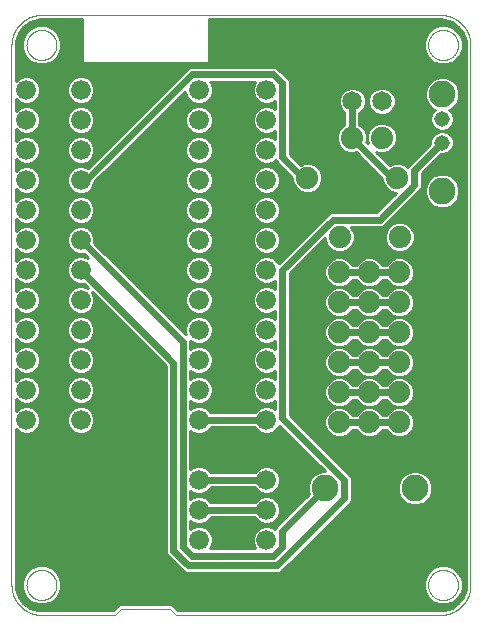
<source format=gbl>
G75*
%MOIN*%
%OFA0B0*%
%FSLAX25Y25*%
%IPPOS*%
%LPD*%
%AMOC8*
5,1,8,0,0,1.08239X$1,22.5*
%
%ADD10C,0.00000*%
%ADD11C,0.06600*%
%ADD12C,0.07400*%
%ADD13C,0.08858*%
%ADD14C,0.06496*%
%ADD15C,0.05150*%
%ADD16C,0.01000*%
%ADD17C,0.02400*%
D10*
X0011500Y0070232D02*
X0036000Y0070232D01*
X0038000Y0072232D01*
X0054500Y0072232D01*
X0056500Y0070232D01*
X0144492Y0070232D01*
X0144734Y0070235D01*
X0144975Y0070244D01*
X0145216Y0070258D01*
X0145457Y0070279D01*
X0145697Y0070305D01*
X0145937Y0070337D01*
X0146176Y0070375D01*
X0146413Y0070418D01*
X0146650Y0070468D01*
X0146885Y0070523D01*
X0147119Y0070583D01*
X0147351Y0070650D01*
X0147582Y0070721D01*
X0147811Y0070799D01*
X0148038Y0070882D01*
X0148263Y0070970D01*
X0148486Y0071064D01*
X0148706Y0071163D01*
X0148924Y0071268D01*
X0149139Y0071377D01*
X0149352Y0071492D01*
X0149562Y0071612D01*
X0149768Y0071737D01*
X0149972Y0071867D01*
X0150173Y0072002D01*
X0150370Y0072142D01*
X0150564Y0072286D01*
X0150754Y0072435D01*
X0150940Y0072589D01*
X0151123Y0072747D01*
X0151302Y0072909D01*
X0151477Y0073076D01*
X0151648Y0073247D01*
X0151815Y0073422D01*
X0151977Y0073601D01*
X0152135Y0073784D01*
X0152289Y0073970D01*
X0152438Y0074160D01*
X0152582Y0074354D01*
X0152722Y0074551D01*
X0152857Y0074752D01*
X0152987Y0074956D01*
X0153112Y0075162D01*
X0153232Y0075372D01*
X0153347Y0075585D01*
X0153456Y0075800D01*
X0153561Y0076018D01*
X0153660Y0076238D01*
X0153754Y0076461D01*
X0153842Y0076686D01*
X0153925Y0076913D01*
X0154003Y0077142D01*
X0154074Y0077373D01*
X0154141Y0077605D01*
X0154201Y0077839D01*
X0154256Y0078074D01*
X0154306Y0078311D01*
X0154349Y0078548D01*
X0154387Y0078787D01*
X0154419Y0079027D01*
X0154445Y0079267D01*
X0154466Y0079508D01*
X0154480Y0079749D01*
X0154489Y0079990D01*
X0154492Y0080232D01*
X0154492Y0260232D01*
X0140358Y0260232D02*
X0140360Y0260373D01*
X0140366Y0260514D01*
X0140376Y0260654D01*
X0140390Y0260794D01*
X0140408Y0260934D01*
X0140429Y0261073D01*
X0140455Y0261212D01*
X0140484Y0261350D01*
X0140518Y0261486D01*
X0140555Y0261622D01*
X0140596Y0261757D01*
X0140641Y0261891D01*
X0140690Y0262023D01*
X0140742Y0262154D01*
X0140798Y0262283D01*
X0140858Y0262410D01*
X0140921Y0262536D01*
X0140987Y0262660D01*
X0141058Y0262783D01*
X0141131Y0262903D01*
X0141208Y0263021D01*
X0141288Y0263137D01*
X0141372Y0263250D01*
X0141458Y0263361D01*
X0141548Y0263470D01*
X0141641Y0263576D01*
X0141736Y0263679D01*
X0141835Y0263780D01*
X0141936Y0263878D01*
X0142040Y0263973D01*
X0142147Y0264065D01*
X0142256Y0264154D01*
X0142368Y0264239D01*
X0142482Y0264322D01*
X0142598Y0264402D01*
X0142717Y0264478D01*
X0142838Y0264550D01*
X0142960Y0264620D01*
X0143085Y0264685D01*
X0143211Y0264748D01*
X0143339Y0264806D01*
X0143469Y0264861D01*
X0143600Y0264913D01*
X0143733Y0264960D01*
X0143867Y0265004D01*
X0144002Y0265045D01*
X0144138Y0265081D01*
X0144275Y0265113D01*
X0144413Y0265142D01*
X0144551Y0265167D01*
X0144691Y0265187D01*
X0144831Y0265204D01*
X0144971Y0265217D01*
X0145112Y0265226D01*
X0145252Y0265231D01*
X0145393Y0265232D01*
X0145534Y0265229D01*
X0145675Y0265222D01*
X0145815Y0265211D01*
X0145955Y0265196D01*
X0146095Y0265177D01*
X0146234Y0265155D01*
X0146372Y0265128D01*
X0146510Y0265098D01*
X0146646Y0265063D01*
X0146782Y0265025D01*
X0146916Y0264983D01*
X0147050Y0264937D01*
X0147182Y0264888D01*
X0147312Y0264834D01*
X0147441Y0264777D01*
X0147568Y0264717D01*
X0147694Y0264653D01*
X0147817Y0264585D01*
X0147939Y0264514D01*
X0148059Y0264440D01*
X0148176Y0264362D01*
X0148291Y0264281D01*
X0148404Y0264197D01*
X0148515Y0264110D01*
X0148623Y0264019D01*
X0148728Y0263926D01*
X0148831Y0263829D01*
X0148931Y0263730D01*
X0149028Y0263628D01*
X0149122Y0263523D01*
X0149213Y0263416D01*
X0149301Y0263306D01*
X0149386Y0263194D01*
X0149468Y0263079D01*
X0149547Y0262962D01*
X0149622Y0262843D01*
X0149694Y0262722D01*
X0149762Y0262599D01*
X0149827Y0262474D01*
X0149889Y0262347D01*
X0149946Y0262218D01*
X0150001Y0262088D01*
X0150051Y0261957D01*
X0150098Y0261824D01*
X0150141Y0261690D01*
X0150180Y0261554D01*
X0150215Y0261418D01*
X0150247Y0261281D01*
X0150274Y0261143D01*
X0150298Y0261004D01*
X0150318Y0260864D01*
X0150334Y0260724D01*
X0150346Y0260584D01*
X0150354Y0260443D01*
X0150358Y0260302D01*
X0150358Y0260162D01*
X0150354Y0260021D01*
X0150346Y0259880D01*
X0150334Y0259740D01*
X0150318Y0259600D01*
X0150298Y0259460D01*
X0150274Y0259321D01*
X0150247Y0259183D01*
X0150215Y0259046D01*
X0150180Y0258910D01*
X0150141Y0258774D01*
X0150098Y0258640D01*
X0150051Y0258507D01*
X0150001Y0258376D01*
X0149946Y0258246D01*
X0149889Y0258117D01*
X0149827Y0257990D01*
X0149762Y0257865D01*
X0149694Y0257742D01*
X0149622Y0257621D01*
X0149547Y0257502D01*
X0149468Y0257385D01*
X0149386Y0257270D01*
X0149301Y0257158D01*
X0149213Y0257048D01*
X0149122Y0256941D01*
X0149028Y0256836D01*
X0148931Y0256734D01*
X0148831Y0256635D01*
X0148728Y0256538D01*
X0148623Y0256445D01*
X0148515Y0256354D01*
X0148404Y0256267D01*
X0148291Y0256183D01*
X0148176Y0256102D01*
X0148059Y0256024D01*
X0147939Y0255950D01*
X0147817Y0255879D01*
X0147694Y0255811D01*
X0147568Y0255747D01*
X0147441Y0255687D01*
X0147312Y0255630D01*
X0147182Y0255576D01*
X0147050Y0255527D01*
X0146916Y0255481D01*
X0146782Y0255439D01*
X0146646Y0255401D01*
X0146510Y0255366D01*
X0146372Y0255336D01*
X0146234Y0255309D01*
X0146095Y0255287D01*
X0145955Y0255268D01*
X0145815Y0255253D01*
X0145675Y0255242D01*
X0145534Y0255235D01*
X0145393Y0255232D01*
X0145252Y0255233D01*
X0145112Y0255238D01*
X0144971Y0255247D01*
X0144831Y0255260D01*
X0144691Y0255277D01*
X0144551Y0255297D01*
X0144413Y0255322D01*
X0144275Y0255351D01*
X0144138Y0255383D01*
X0144002Y0255419D01*
X0143867Y0255460D01*
X0143733Y0255504D01*
X0143600Y0255551D01*
X0143469Y0255603D01*
X0143339Y0255658D01*
X0143211Y0255716D01*
X0143085Y0255779D01*
X0142960Y0255844D01*
X0142838Y0255914D01*
X0142717Y0255986D01*
X0142598Y0256062D01*
X0142482Y0256142D01*
X0142368Y0256225D01*
X0142256Y0256310D01*
X0142147Y0256399D01*
X0142040Y0256491D01*
X0141936Y0256586D01*
X0141835Y0256684D01*
X0141736Y0256785D01*
X0141641Y0256888D01*
X0141548Y0256994D01*
X0141458Y0257103D01*
X0141372Y0257214D01*
X0141288Y0257327D01*
X0141208Y0257443D01*
X0141131Y0257561D01*
X0141058Y0257681D01*
X0140987Y0257804D01*
X0140921Y0257928D01*
X0140858Y0258054D01*
X0140798Y0258181D01*
X0140742Y0258310D01*
X0140690Y0258441D01*
X0140641Y0258573D01*
X0140596Y0258707D01*
X0140555Y0258842D01*
X0140518Y0258978D01*
X0140484Y0259114D01*
X0140455Y0259252D01*
X0140429Y0259391D01*
X0140408Y0259530D01*
X0140390Y0259670D01*
X0140376Y0259810D01*
X0140366Y0259950D01*
X0140360Y0260091D01*
X0140358Y0260232D01*
X0144492Y0270232D02*
X0144734Y0270229D01*
X0144975Y0270220D01*
X0145216Y0270206D01*
X0145457Y0270185D01*
X0145697Y0270159D01*
X0145937Y0270127D01*
X0146176Y0270089D01*
X0146413Y0270046D01*
X0146650Y0269996D01*
X0146885Y0269941D01*
X0147119Y0269881D01*
X0147351Y0269814D01*
X0147582Y0269743D01*
X0147811Y0269665D01*
X0148038Y0269582D01*
X0148263Y0269494D01*
X0148486Y0269400D01*
X0148706Y0269301D01*
X0148924Y0269196D01*
X0149139Y0269087D01*
X0149352Y0268972D01*
X0149562Y0268852D01*
X0149768Y0268727D01*
X0149972Y0268597D01*
X0150173Y0268462D01*
X0150370Y0268322D01*
X0150564Y0268178D01*
X0150754Y0268029D01*
X0150940Y0267875D01*
X0151123Y0267717D01*
X0151302Y0267555D01*
X0151477Y0267388D01*
X0151648Y0267217D01*
X0151815Y0267042D01*
X0151977Y0266863D01*
X0152135Y0266680D01*
X0152289Y0266494D01*
X0152438Y0266304D01*
X0152582Y0266110D01*
X0152722Y0265913D01*
X0152857Y0265712D01*
X0152987Y0265508D01*
X0153112Y0265302D01*
X0153232Y0265092D01*
X0153347Y0264879D01*
X0153456Y0264664D01*
X0153561Y0264446D01*
X0153660Y0264226D01*
X0153754Y0264003D01*
X0153842Y0263778D01*
X0153925Y0263551D01*
X0154003Y0263322D01*
X0154074Y0263091D01*
X0154141Y0262859D01*
X0154201Y0262625D01*
X0154256Y0262390D01*
X0154306Y0262153D01*
X0154349Y0261916D01*
X0154387Y0261677D01*
X0154419Y0261437D01*
X0154445Y0261197D01*
X0154466Y0260956D01*
X0154480Y0260715D01*
X0154489Y0260474D01*
X0154492Y0260232D01*
X0144492Y0270232D02*
X0011500Y0270232D01*
X0006500Y0260232D02*
X0006502Y0260373D01*
X0006508Y0260514D01*
X0006518Y0260654D01*
X0006532Y0260794D01*
X0006550Y0260934D01*
X0006571Y0261073D01*
X0006597Y0261212D01*
X0006626Y0261350D01*
X0006660Y0261486D01*
X0006697Y0261622D01*
X0006738Y0261757D01*
X0006783Y0261891D01*
X0006832Y0262023D01*
X0006884Y0262154D01*
X0006940Y0262283D01*
X0007000Y0262410D01*
X0007063Y0262536D01*
X0007129Y0262660D01*
X0007200Y0262783D01*
X0007273Y0262903D01*
X0007350Y0263021D01*
X0007430Y0263137D01*
X0007514Y0263250D01*
X0007600Y0263361D01*
X0007690Y0263470D01*
X0007783Y0263576D01*
X0007878Y0263679D01*
X0007977Y0263780D01*
X0008078Y0263878D01*
X0008182Y0263973D01*
X0008289Y0264065D01*
X0008398Y0264154D01*
X0008510Y0264239D01*
X0008624Y0264322D01*
X0008740Y0264402D01*
X0008859Y0264478D01*
X0008980Y0264550D01*
X0009102Y0264620D01*
X0009227Y0264685D01*
X0009353Y0264748D01*
X0009481Y0264806D01*
X0009611Y0264861D01*
X0009742Y0264913D01*
X0009875Y0264960D01*
X0010009Y0265004D01*
X0010144Y0265045D01*
X0010280Y0265081D01*
X0010417Y0265113D01*
X0010555Y0265142D01*
X0010693Y0265167D01*
X0010833Y0265187D01*
X0010973Y0265204D01*
X0011113Y0265217D01*
X0011254Y0265226D01*
X0011394Y0265231D01*
X0011535Y0265232D01*
X0011676Y0265229D01*
X0011817Y0265222D01*
X0011957Y0265211D01*
X0012097Y0265196D01*
X0012237Y0265177D01*
X0012376Y0265155D01*
X0012514Y0265128D01*
X0012652Y0265098D01*
X0012788Y0265063D01*
X0012924Y0265025D01*
X0013058Y0264983D01*
X0013192Y0264937D01*
X0013324Y0264888D01*
X0013454Y0264834D01*
X0013583Y0264777D01*
X0013710Y0264717D01*
X0013836Y0264653D01*
X0013959Y0264585D01*
X0014081Y0264514D01*
X0014201Y0264440D01*
X0014318Y0264362D01*
X0014433Y0264281D01*
X0014546Y0264197D01*
X0014657Y0264110D01*
X0014765Y0264019D01*
X0014870Y0263926D01*
X0014973Y0263829D01*
X0015073Y0263730D01*
X0015170Y0263628D01*
X0015264Y0263523D01*
X0015355Y0263416D01*
X0015443Y0263306D01*
X0015528Y0263194D01*
X0015610Y0263079D01*
X0015689Y0262962D01*
X0015764Y0262843D01*
X0015836Y0262722D01*
X0015904Y0262599D01*
X0015969Y0262474D01*
X0016031Y0262347D01*
X0016088Y0262218D01*
X0016143Y0262088D01*
X0016193Y0261957D01*
X0016240Y0261824D01*
X0016283Y0261690D01*
X0016322Y0261554D01*
X0016357Y0261418D01*
X0016389Y0261281D01*
X0016416Y0261143D01*
X0016440Y0261004D01*
X0016460Y0260864D01*
X0016476Y0260724D01*
X0016488Y0260584D01*
X0016496Y0260443D01*
X0016500Y0260302D01*
X0016500Y0260162D01*
X0016496Y0260021D01*
X0016488Y0259880D01*
X0016476Y0259740D01*
X0016460Y0259600D01*
X0016440Y0259460D01*
X0016416Y0259321D01*
X0016389Y0259183D01*
X0016357Y0259046D01*
X0016322Y0258910D01*
X0016283Y0258774D01*
X0016240Y0258640D01*
X0016193Y0258507D01*
X0016143Y0258376D01*
X0016088Y0258246D01*
X0016031Y0258117D01*
X0015969Y0257990D01*
X0015904Y0257865D01*
X0015836Y0257742D01*
X0015764Y0257621D01*
X0015689Y0257502D01*
X0015610Y0257385D01*
X0015528Y0257270D01*
X0015443Y0257158D01*
X0015355Y0257048D01*
X0015264Y0256941D01*
X0015170Y0256836D01*
X0015073Y0256734D01*
X0014973Y0256635D01*
X0014870Y0256538D01*
X0014765Y0256445D01*
X0014657Y0256354D01*
X0014546Y0256267D01*
X0014433Y0256183D01*
X0014318Y0256102D01*
X0014201Y0256024D01*
X0014081Y0255950D01*
X0013959Y0255879D01*
X0013836Y0255811D01*
X0013710Y0255747D01*
X0013583Y0255687D01*
X0013454Y0255630D01*
X0013324Y0255576D01*
X0013192Y0255527D01*
X0013058Y0255481D01*
X0012924Y0255439D01*
X0012788Y0255401D01*
X0012652Y0255366D01*
X0012514Y0255336D01*
X0012376Y0255309D01*
X0012237Y0255287D01*
X0012097Y0255268D01*
X0011957Y0255253D01*
X0011817Y0255242D01*
X0011676Y0255235D01*
X0011535Y0255232D01*
X0011394Y0255233D01*
X0011254Y0255238D01*
X0011113Y0255247D01*
X0010973Y0255260D01*
X0010833Y0255277D01*
X0010693Y0255297D01*
X0010555Y0255322D01*
X0010417Y0255351D01*
X0010280Y0255383D01*
X0010144Y0255419D01*
X0010009Y0255460D01*
X0009875Y0255504D01*
X0009742Y0255551D01*
X0009611Y0255603D01*
X0009481Y0255658D01*
X0009353Y0255716D01*
X0009227Y0255779D01*
X0009102Y0255844D01*
X0008980Y0255914D01*
X0008859Y0255986D01*
X0008740Y0256062D01*
X0008624Y0256142D01*
X0008510Y0256225D01*
X0008398Y0256310D01*
X0008289Y0256399D01*
X0008182Y0256491D01*
X0008078Y0256586D01*
X0007977Y0256684D01*
X0007878Y0256785D01*
X0007783Y0256888D01*
X0007690Y0256994D01*
X0007600Y0257103D01*
X0007514Y0257214D01*
X0007430Y0257327D01*
X0007350Y0257443D01*
X0007273Y0257561D01*
X0007200Y0257681D01*
X0007129Y0257804D01*
X0007063Y0257928D01*
X0007000Y0258054D01*
X0006940Y0258181D01*
X0006884Y0258310D01*
X0006832Y0258441D01*
X0006783Y0258573D01*
X0006738Y0258707D01*
X0006697Y0258842D01*
X0006660Y0258978D01*
X0006626Y0259114D01*
X0006597Y0259252D01*
X0006571Y0259391D01*
X0006550Y0259530D01*
X0006532Y0259670D01*
X0006518Y0259810D01*
X0006508Y0259950D01*
X0006502Y0260091D01*
X0006500Y0260232D01*
X0001500Y0260232D02*
X0001503Y0260474D01*
X0001512Y0260715D01*
X0001526Y0260956D01*
X0001547Y0261197D01*
X0001573Y0261437D01*
X0001605Y0261677D01*
X0001643Y0261916D01*
X0001686Y0262153D01*
X0001736Y0262390D01*
X0001791Y0262625D01*
X0001851Y0262859D01*
X0001918Y0263091D01*
X0001989Y0263322D01*
X0002067Y0263551D01*
X0002150Y0263778D01*
X0002238Y0264003D01*
X0002332Y0264226D01*
X0002431Y0264446D01*
X0002536Y0264664D01*
X0002645Y0264879D01*
X0002760Y0265092D01*
X0002880Y0265302D01*
X0003005Y0265508D01*
X0003135Y0265712D01*
X0003270Y0265913D01*
X0003410Y0266110D01*
X0003554Y0266304D01*
X0003703Y0266494D01*
X0003857Y0266680D01*
X0004015Y0266863D01*
X0004177Y0267042D01*
X0004344Y0267217D01*
X0004515Y0267388D01*
X0004690Y0267555D01*
X0004869Y0267717D01*
X0005052Y0267875D01*
X0005238Y0268029D01*
X0005428Y0268178D01*
X0005622Y0268322D01*
X0005819Y0268462D01*
X0006020Y0268597D01*
X0006224Y0268727D01*
X0006430Y0268852D01*
X0006640Y0268972D01*
X0006853Y0269087D01*
X0007068Y0269196D01*
X0007286Y0269301D01*
X0007506Y0269400D01*
X0007729Y0269494D01*
X0007954Y0269582D01*
X0008181Y0269665D01*
X0008410Y0269743D01*
X0008641Y0269814D01*
X0008873Y0269881D01*
X0009107Y0269941D01*
X0009342Y0269996D01*
X0009579Y0270046D01*
X0009816Y0270089D01*
X0010055Y0270127D01*
X0010295Y0270159D01*
X0010535Y0270185D01*
X0010776Y0270206D01*
X0011017Y0270220D01*
X0011258Y0270229D01*
X0011500Y0270232D01*
X0001500Y0260232D02*
X0001500Y0080232D01*
X0006500Y0080232D02*
X0006502Y0080373D01*
X0006508Y0080514D01*
X0006518Y0080654D01*
X0006532Y0080794D01*
X0006550Y0080934D01*
X0006571Y0081073D01*
X0006597Y0081212D01*
X0006626Y0081350D01*
X0006660Y0081486D01*
X0006697Y0081622D01*
X0006738Y0081757D01*
X0006783Y0081891D01*
X0006832Y0082023D01*
X0006884Y0082154D01*
X0006940Y0082283D01*
X0007000Y0082410D01*
X0007063Y0082536D01*
X0007129Y0082660D01*
X0007200Y0082783D01*
X0007273Y0082903D01*
X0007350Y0083021D01*
X0007430Y0083137D01*
X0007514Y0083250D01*
X0007600Y0083361D01*
X0007690Y0083470D01*
X0007783Y0083576D01*
X0007878Y0083679D01*
X0007977Y0083780D01*
X0008078Y0083878D01*
X0008182Y0083973D01*
X0008289Y0084065D01*
X0008398Y0084154D01*
X0008510Y0084239D01*
X0008624Y0084322D01*
X0008740Y0084402D01*
X0008859Y0084478D01*
X0008980Y0084550D01*
X0009102Y0084620D01*
X0009227Y0084685D01*
X0009353Y0084748D01*
X0009481Y0084806D01*
X0009611Y0084861D01*
X0009742Y0084913D01*
X0009875Y0084960D01*
X0010009Y0085004D01*
X0010144Y0085045D01*
X0010280Y0085081D01*
X0010417Y0085113D01*
X0010555Y0085142D01*
X0010693Y0085167D01*
X0010833Y0085187D01*
X0010973Y0085204D01*
X0011113Y0085217D01*
X0011254Y0085226D01*
X0011394Y0085231D01*
X0011535Y0085232D01*
X0011676Y0085229D01*
X0011817Y0085222D01*
X0011957Y0085211D01*
X0012097Y0085196D01*
X0012237Y0085177D01*
X0012376Y0085155D01*
X0012514Y0085128D01*
X0012652Y0085098D01*
X0012788Y0085063D01*
X0012924Y0085025D01*
X0013058Y0084983D01*
X0013192Y0084937D01*
X0013324Y0084888D01*
X0013454Y0084834D01*
X0013583Y0084777D01*
X0013710Y0084717D01*
X0013836Y0084653D01*
X0013959Y0084585D01*
X0014081Y0084514D01*
X0014201Y0084440D01*
X0014318Y0084362D01*
X0014433Y0084281D01*
X0014546Y0084197D01*
X0014657Y0084110D01*
X0014765Y0084019D01*
X0014870Y0083926D01*
X0014973Y0083829D01*
X0015073Y0083730D01*
X0015170Y0083628D01*
X0015264Y0083523D01*
X0015355Y0083416D01*
X0015443Y0083306D01*
X0015528Y0083194D01*
X0015610Y0083079D01*
X0015689Y0082962D01*
X0015764Y0082843D01*
X0015836Y0082722D01*
X0015904Y0082599D01*
X0015969Y0082474D01*
X0016031Y0082347D01*
X0016088Y0082218D01*
X0016143Y0082088D01*
X0016193Y0081957D01*
X0016240Y0081824D01*
X0016283Y0081690D01*
X0016322Y0081554D01*
X0016357Y0081418D01*
X0016389Y0081281D01*
X0016416Y0081143D01*
X0016440Y0081004D01*
X0016460Y0080864D01*
X0016476Y0080724D01*
X0016488Y0080584D01*
X0016496Y0080443D01*
X0016500Y0080302D01*
X0016500Y0080162D01*
X0016496Y0080021D01*
X0016488Y0079880D01*
X0016476Y0079740D01*
X0016460Y0079600D01*
X0016440Y0079460D01*
X0016416Y0079321D01*
X0016389Y0079183D01*
X0016357Y0079046D01*
X0016322Y0078910D01*
X0016283Y0078774D01*
X0016240Y0078640D01*
X0016193Y0078507D01*
X0016143Y0078376D01*
X0016088Y0078246D01*
X0016031Y0078117D01*
X0015969Y0077990D01*
X0015904Y0077865D01*
X0015836Y0077742D01*
X0015764Y0077621D01*
X0015689Y0077502D01*
X0015610Y0077385D01*
X0015528Y0077270D01*
X0015443Y0077158D01*
X0015355Y0077048D01*
X0015264Y0076941D01*
X0015170Y0076836D01*
X0015073Y0076734D01*
X0014973Y0076635D01*
X0014870Y0076538D01*
X0014765Y0076445D01*
X0014657Y0076354D01*
X0014546Y0076267D01*
X0014433Y0076183D01*
X0014318Y0076102D01*
X0014201Y0076024D01*
X0014081Y0075950D01*
X0013959Y0075879D01*
X0013836Y0075811D01*
X0013710Y0075747D01*
X0013583Y0075687D01*
X0013454Y0075630D01*
X0013324Y0075576D01*
X0013192Y0075527D01*
X0013058Y0075481D01*
X0012924Y0075439D01*
X0012788Y0075401D01*
X0012652Y0075366D01*
X0012514Y0075336D01*
X0012376Y0075309D01*
X0012237Y0075287D01*
X0012097Y0075268D01*
X0011957Y0075253D01*
X0011817Y0075242D01*
X0011676Y0075235D01*
X0011535Y0075232D01*
X0011394Y0075233D01*
X0011254Y0075238D01*
X0011113Y0075247D01*
X0010973Y0075260D01*
X0010833Y0075277D01*
X0010693Y0075297D01*
X0010555Y0075322D01*
X0010417Y0075351D01*
X0010280Y0075383D01*
X0010144Y0075419D01*
X0010009Y0075460D01*
X0009875Y0075504D01*
X0009742Y0075551D01*
X0009611Y0075603D01*
X0009481Y0075658D01*
X0009353Y0075716D01*
X0009227Y0075779D01*
X0009102Y0075844D01*
X0008980Y0075914D01*
X0008859Y0075986D01*
X0008740Y0076062D01*
X0008624Y0076142D01*
X0008510Y0076225D01*
X0008398Y0076310D01*
X0008289Y0076399D01*
X0008182Y0076491D01*
X0008078Y0076586D01*
X0007977Y0076684D01*
X0007878Y0076785D01*
X0007783Y0076888D01*
X0007690Y0076994D01*
X0007600Y0077103D01*
X0007514Y0077214D01*
X0007430Y0077327D01*
X0007350Y0077443D01*
X0007273Y0077561D01*
X0007200Y0077681D01*
X0007129Y0077804D01*
X0007063Y0077928D01*
X0007000Y0078054D01*
X0006940Y0078181D01*
X0006884Y0078310D01*
X0006832Y0078441D01*
X0006783Y0078573D01*
X0006738Y0078707D01*
X0006697Y0078842D01*
X0006660Y0078978D01*
X0006626Y0079114D01*
X0006597Y0079252D01*
X0006571Y0079391D01*
X0006550Y0079530D01*
X0006532Y0079670D01*
X0006518Y0079810D01*
X0006508Y0079950D01*
X0006502Y0080091D01*
X0006500Y0080232D01*
X0001500Y0080232D02*
X0001503Y0079990D01*
X0001512Y0079749D01*
X0001526Y0079508D01*
X0001547Y0079267D01*
X0001573Y0079027D01*
X0001605Y0078787D01*
X0001643Y0078548D01*
X0001686Y0078311D01*
X0001736Y0078074D01*
X0001791Y0077839D01*
X0001851Y0077605D01*
X0001918Y0077373D01*
X0001989Y0077142D01*
X0002067Y0076913D01*
X0002150Y0076686D01*
X0002238Y0076461D01*
X0002332Y0076238D01*
X0002431Y0076018D01*
X0002536Y0075800D01*
X0002645Y0075585D01*
X0002760Y0075372D01*
X0002880Y0075162D01*
X0003005Y0074956D01*
X0003135Y0074752D01*
X0003270Y0074551D01*
X0003410Y0074354D01*
X0003554Y0074160D01*
X0003703Y0073970D01*
X0003857Y0073784D01*
X0004015Y0073601D01*
X0004177Y0073422D01*
X0004344Y0073247D01*
X0004515Y0073076D01*
X0004690Y0072909D01*
X0004869Y0072747D01*
X0005052Y0072589D01*
X0005238Y0072435D01*
X0005428Y0072286D01*
X0005622Y0072142D01*
X0005819Y0072002D01*
X0006020Y0071867D01*
X0006224Y0071737D01*
X0006430Y0071612D01*
X0006640Y0071492D01*
X0006853Y0071377D01*
X0007068Y0071268D01*
X0007286Y0071163D01*
X0007506Y0071064D01*
X0007729Y0070970D01*
X0007954Y0070882D01*
X0008181Y0070799D01*
X0008410Y0070721D01*
X0008641Y0070650D01*
X0008873Y0070583D01*
X0009107Y0070523D01*
X0009342Y0070468D01*
X0009579Y0070418D01*
X0009816Y0070375D01*
X0010055Y0070337D01*
X0010295Y0070305D01*
X0010535Y0070279D01*
X0010776Y0070258D01*
X0011017Y0070244D01*
X0011258Y0070235D01*
X0011500Y0070232D01*
X0140358Y0080232D02*
X0140360Y0080373D01*
X0140366Y0080514D01*
X0140376Y0080654D01*
X0140390Y0080794D01*
X0140408Y0080934D01*
X0140429Y0081073D01*
X0140455Y0081212D01*
X0140484Y0081350D01*
X0140518Y0081486D01*
X0140555Y0081622D01*
X0140596Y0081757D01*
X0140641Y0081891D01*
X0140690Y0082023D01*
X0140742Y0082154D01*
X0140798Y0082283D01*
X0140858Y0082410D01*
X0140921Y0082536D01*
X0140987Y0082660D01*
X0141058Y0082783D01*
X0141131Y0082903D01*
X0141208Y0083021D01*
X0141288Y0083137D01*
X0141372Y0083250D01*
X0141458Y0083361D01*
X0141548Y0083470D01*
X0141641Y0083576D01*
X0141736Y0083679D01*
X0141835Y0083780D01*
X0141936Y0083878D01*
X0142040Y0083973D01*
X0142147Y0084065D01*
X0142256Y0084154D01*
X0142368Y0084239D01*
X0142482Y0084322D01*
X0142598Y0084402D01*
X0142717Y0084478D01*
X0142838Y0084550D01*
X0142960Y0084620D01*
X0143085Y0084685D01*
X0143211Y0084748D01*
X0143339Y0084806D01*
X0143469Y0084861D01*
X0143600Y0084913D01*
X0143733Y0084960D01*
X0143867Y0085004D01*
X0144002Y0085045D01*
X0144138Y0085081D01*
X0144275Y0085113D01*
X0144413Y0085142D01*
X0144551Y0085167D01*
X0144691Y0085187D01*
X0144831Y0085204D01*
X0144971Y0085217D01*
X0145112Y0085226D01*
X0145252Y0085231D01*
X0145393Y0085232D01*
X0145534Y0085229D01*
X0145675Y0085222D01*
X0145815Y0085211D01*
X0145955Y0085196D01*
X0146095Y0085177D01*
X0146234Y0085155D01*
X0146372Y0085128D01*
X0146510Y0085098D01*
X0146646Y0085063D01*
X0146782Y0085025D01*
X0146916Y0084983D01*
X0147050Y0084937D01*
X0147182Y0084888D01*
X0147312Y0084834D01*
X0147441Y0084777D01*
X0147568Y0084717D01*
X0147694Y0084653D01*
X0147817Y0084585D01*
X0147939Y0084514D01*
X0148059Y0084440D01*
X0148176Y0084362D01*
X0148291Y0084281D01*
X0148404Y0084197D01*
X0148515Y0084110D01*
X0148623Y0084019D01*
X0148728Y0083926D01*
X0148831Y0083829D01*
X0148931Y0083730D01*
X0149028Y0083628D01*
X0149122Y0083523D01*
X0149213Y0083416D01*
X0149301Y0083306D01*
X0149386Y0083194D01*
X0149468Y0083079D01*
X0149547Y0082962D01*
X0149622Y0082843D01*
X0149694Y0082722D01*
X0149762Y0082599D01*
X0149827Y0082474D01*
X0149889Y0082347D01*
X0149946Y0082218D01*
X0150001Y0082088D01*
X0150051Y0081957D01*
X0150098Y0081824D01*
X0150141Y0081690D01*
X0150180Y0081554D01*
X0150215Y0081418D01*
X0150247Y0081281D01*
X0150274Y0081143D01*
X0150298Y0081004D01*
X0150318Y0080864D01*
X0150334Y0080724D01*
X0150346Y0080584D01*
X0150354Y0080443D01*
X0150358Y0080302D01*
X0150358Y0080162D01*
X0150354Y0080021D01*
X0150346Y0079880D01*
X0150334Y0079740D01*
X0150318Y0079600D01*
X0150298Y0079460D01*
X0150274Y0079321D01*
X0150247Y0079183D01*
X0150215Y0079046D01*
X0150180Y0078910D01*
X0150141Y0078774D01*
X0150098Y0078640D01*
X0150051Y0078507D01*
X0150001Y0078376D01*
X0149946Y0078246D01*
X0149889Y0078117D01*
X0149827Y0077990D01*
X0149762Y0077865D01*
X0149694Y0077742D01*
X0149622Y0077621D01*
X0149547Y0077502D01*
X0149468Y0077385D01*
X0149386Y0077270D01*
X0149301Y0077158D01*
X0149213Y0077048D01*
X0149122Y0076941D01*
X0149028Y0076836D01*
X0148931Y0076734D01*
X0148831Y0076635D01*
X0148728Y0076538D01*
X0148623Y0076445D01*
X0148515Y0076354D01*
X0148404Y0076267D01*
X0148291Y0076183D01*
X0148176Y0076102D01*
X0148059Y0076024D01*
X0147939Y0075950D01*
X0147817Y0075879D01*
X0147694Y0075811D01*
X0147568Y0075747D01*
X0147441Y0075687D01*
X0147312Y0075630D01*
X0147182Y0075576D01*
X0147050Y0075527D01*
X0146916Y0075481D01*
X0146782Y0075439D01*
X0146646Y0075401D01*
X0146510Y0075366D01*
X0146372Y0075336D01*
X0146234Y0075309D01*
X0146095Y0075287D01*
X0145955Y0075268D01*
X0145815Y0075253D01*
X0145675Y0075242D01*
X0145534Y0075235D01*
X0145393Y0075232D01*
X0145252Y0075233D01*
X0145112Y0075238D01*
X0144971Y0075247D01*
X0144831Y0075260D01*
X0144691Y0075277D01*
X0144551Y0075297D01*
X0144413Y0075322D01*
X0144275Y0075351D01*
X0144138Y0075383D01*
X0144002Y0075419D01*
X0143867Y0075460D01*
X0143733Y0075504D01*
X0143600Y0075551D01*
X0143469Y0075603D01*
X0143339Y0075658D01*
X0143211Y0075716D01*
X0143085Y0075779D01*
X0142960Y0075844D01*
X0142838Y0075914D01*
X0142717Y0075986D01*
X0142598Y0076062D01*
X0142482Y0076142D01*
X0142368Y0076225D01*
X0142256Y0076310D01*
X0142147Y0076399D01*
X0142040Y0076491D01*
X0141936Y0076586D01*
X0141835Y0076684D01*
X0141736Y0076785D01*
X0141641Y0076888D01*
X0141548Y0076994D01*
X0141458Y0077103D01*
X0141372Y0077214D01*
X0141288Y0077327D01*
X0141208Y0077443D01*
X0141131Y0077561D01*
X0141058Y0077681D01*
X0140987Y0077804D01*
X0140921Y0077928D01*
X0140858Y0078054D01*
X0140798Y0078181D01*
X0140742Y0078310D01*
X0140690Y0078441D01*
X0140641Y0078573D01*
X0140596Y0078707D01*
X0140555Y0078842D01*
X0140518Y0078978D01*
X0140484Y0079114D01*
X0140455Y0079252D01*
X0140429Y0079391D01*
X0140408Y0079530D01*
X0140390Y0079670D01*
X0140376Y0079810D01*
X0140366Y0079950D01*
X0140360Y0080091D01*
X0140358Y0080232D01*
D11*
X0086500Y0095232D03*
X0086500Y0105232D03*
X0086500Y0115232D03*
X0086500Y0125232D03*
X0086500Y0135232D03*
X0086500Y0145232D03*
X0086500Y0155232D03*
X0086500Y0165232D03*
X0086500Y0175232D03*
X0086500Y0185232D03*
X0086500Y0195232D03*
X0086500Y0205232D03*
X0086500Y0215232D03*
X0086500Y0225232D03*
X0086500Y0235232D03*
X0086500Y0245232D03*
X0063941Y0245232D03*
X0063941Y0235232D03*
X0063941Y0225232D03*
X0063941Y0215232D03*
X0063941Y0205232D03*
X0063941Y0195232D03*
X0063941Y0185232D03*
X0063941Y0175232D03*
X0063941Y0165232D03*
X0063941Y0155232D03*
X0063941Y0145232D03*
X0063941Y0135232D03*
X0063941Y0125232D03*
X0063941Y0115232D03*
X0063941Y0105232D03*
X0063941Y0095232D03*
X0024571Y0135232D03*
X0024571Y0145232D03*
X0024571Y0155232D03*
X0024571Y0165232D03*
X0024571Y0175232D03*
X0024571Y0185232D03*
X0024571Y0195232D03*
X0024571Y0205232D03*
X0024571Y0215232D03*
X0024571Y0225232D03*
X0024571Y0235232D03*
X0024571Y0245232D03*
X0006500Y0245232D03*
X0006500Y0235232D03*
X0006500Y0225232D03*
X0006500Y0215232D03*
X0006500Y0205232D03*
X0006500Y0195232D03*
X0006500Y0185232D03*
X0006500Y0175232D03*
X0006500Y0165232D03*
X0006500Y0155232D03*
X0006500Y0145232D03*
X0006500Y0135232D03*
D12*
X0100122Y0215902D03*
X0104965Y0229287D03*
X0114965Y0229287D03*
X0124965Y0229287D03*
X0130122Y0215902D03*
X0130870Y0196217D03*
X0130795Y0184406D03*
X0130795Y0174406D03*
X0130795Y0164406D03*
X0130795Y0154406D03*
X0130795Y0144406D03*
X0130795Y0134406D03*
X0120795Y0134406D03*
X0120795Y0144406D03*
X0120795Y0154406D03*
X0120795Y0164406D03*
X0120795Y0174406D03*
X0120795Y0184406D03*
X0120870Y0196217D03*
X0110870Y0196217D03*
X0110795Y0184406D03*
X0110795Y0174406D03*
X0110795Y0164406D03*
X0110795Y0154406D03*
X0110795Y0144406D03*
X0110795Y0134406D03*
D13*
X0106028Y0112516D03*
X0106028Y0092516D03*
X0136028Y0092516D03*
X0136028Y0112516D03*
X0145043Y0211571D03*
X0145043Y0243854D03*
D14*
X0124965Y0241492D03*
X0115122Y0241492D03*
X0105280Y0241492D03*
D15*
X0145043Y0235587D03*
X0145043Y0227713D03*
X0145043Y0219839D03*
D16*
X0143904Y0217300D02*
X0141798Y0216428D01*
X0140186Y0214816D01*
X0139314Y0212710D01*
X0139314Y0210431D01*
X0140186Y0208326D01*
X0141798Y0206714D01*
X0143904Y0205842D01*
X0146183Y0205842D01*
X0148289Y0206714D01*
X0149900Y0208326D01*
X0150772Y0210431D01*
X0150772Y0212710D01*
X0149900Y0214816D01*
X0148289Y0216428D01*
X0146183Y0217300D01*
X0143904Y0217300D01*
X0143212Y0217013D02*
X0138322Y0217013D01*
X0138322Y0217456D02*
X0144704Y0223838D01*
X0145814Y0223838D01*
X0147238Y0224428D01*
X0148328Y0225518D01*
X0148918Y0226942D01*
X0148918Y0228483D01*
X0148328Y0229907D01*
X0147238Y0230997D01*
X0145814Y0231587D01*
X0144273Y0231587D01*
X0142848Y0230997D01*
X0141758Y0229907D01*
X0141169Y0228483D01*
X0141169Y0227373D01*
X0134406Y0220611D01*
X0133703Y0219907D01*
X0133552Y0219543D01*
X0132954Y0220140D01*
X0131117Y0220902D01*
X0129127Y0220902D01*
X0127542Y0220245D01*
X0123168Y0224620D01*
X0123970Y0224287D01*
X0125959Y0224287D01*
X0127797Y0225049D01*
X0129203Y0226455D01*
X0129965Y0228293D01*
X0129965Y0230282D01*
X0129203Y0232120D01*
X0127797Y0233526D01*
X0125959Y0234287D01*
X0123970Y0234287D01*
X0122132Y0233526D01*
X0120726Y0232120D01*
X0119965Y0230282D01*
X0119965Y0228293D01*
X0120297Y0227491D01*
X0119827Y0227961D01*
X0119965Y0228293D01*
X0119965Y0230282D01*
X0119203Y0232120D01*
X0117797Y0233526D01*
X0117465Y0233664D01*
X0117465Y0237540D01*
X0117698Y0237636D01*
X0118978Y0238916D01*
X0119670Y0240587D01*
X0119670Y0242397D01*
X0118978Y0244068D01*
X0117698Y0245348D01*
X0116027Y0246040D01*
X0114217Y0246040D01*
X0112546Y0245348D01*
X0111266Y0244068D01*
X0110574Y0242397D01*
X0110574Y0240587D01*
X0111266Y0238916D01*
X0112465Y0237718D01*
X0112465Y0233664D01*
X0112132Y0233526D01*
X0110726Y0232120D01*
X0109965Y0230282D01*
X0109965Y0228293D01*
X0110726Y0226455D01*
X0112132Y0225049D01*
X0113970Y0224287D01*
X0115959Y0224287D01*
X0116291Y0224425D01*
X0125122Y0215594D01*
X0125122Y0214907D01*
X0125883Y0213069D01*
X0127290Y0211663D01*
X0129127Y0210902D01*
X0129648Y0210902D01*
X0123162Y0204417D01*
X0108012Y0204417D01*
X0107093Y0204036D01*
X0090545Y0187488D01*
X0090400Y0187838D01*
X0089106Y0189132D01*
X0087415Y0189832D01*
X0085585Y0189832D01*
X0083894Y0189132D01*
X0082600Y0187838D01*
X0081900Y0186147D01*
X0081900Y0184317D01*
X0082600Y0182627D01*
X0083894Y0181333D01*
X0085585Y0180632D01*
X0087415Y0180632D01*
X0089106Y0181333D01*
X0089300Y0181527D01*
X0089300Y0178938D01*
X0089106Y0179132D01*
X0087415Y0179832D01*
X0085585Y0179832D01*
X0083894Y0179132D01*
X0082600Y0177838D01*
X0081900Y0176147D01*
X0081900Y0174317D01*
X0082600Y0172627D01*
X0083894Y0171333D01*
X0085585Y0170632D01*
X0087415Y0170632D01*
X0089106Y0171333D01*
X0089300Y0171527D01*
X0089300Y0168938D01*
X0089106Y0169132D01*
X0087415Y0169832D01*
X0085585Y0169832D01*
X0083894Y0169132D01*
X0082600Y0167838D01*
X0081900Y0166147D01*
X0081900Y0164317D01*
X0082600Y0162627D01*
X0083894Y0161333D01*
X0085585Y0160632D01*
X0087415Y0160632D01*
X0089106Y0161333D01*
X0089300Y0161527D01*
X0089300Y0158938D01*
X0089106Y0159132D01*
X0087415Y0159832D01*
X0085585Y0159832D01*
X0083894Y0159132D01*
X0082600Y0157838D01*
X0081900Y0156147D01*
X0081900Y0154317D01*
X0082600Y0152627D01*
X0083894Y0151333D01*
X0085585Y0150632D01*
X0087415Y0150632D01*
X0089106Y0151333D01*
X0089300Y0151527D01*
X0089300Y0148938D01*
X0089106Y0149132D01*
X0087415Y0149832D01*
X0085585Y0149832D01*
X0083894Y0149132D01*
X0082600Y0147838D01*
X0081900Y0146147D01*
X0081900Y0144317D01*
X0082600Y0142627D01*
X0083894Y0141333D01*
X0085585Y0140632D01*
X0087415Y0140632D01*
X0089106Y0141333D01*
X0089300Y0141527D01*
X0089300Y0138938D01*
X0089106Y0139132D01*
X0087415Y0139832D01*
X0085585Y0139832D01*
X0083894Y0139132D01*
X0082600Y0137838D01*
X0082557Y0137732D01*
X0067884Y0137732D01*
X0067841Y0137838D01*
X0066547Y0139132D01*
X0064856Y0139832D01*
X0063026Y0139832D01*
X0061335Y0139132D01*
X0061141Y0138938D01*
X0061141Y0141527D01*
X0061335Y0141333D01*
X0063026Y0140632D01*
X0064856Y0140632D01*
X0066547Y0141333D01*
X0067841Y0142627D01*
X0068541Y0144317D01*
X0068541Y0146147D01*
X0067841Y0147838D01*
X0066547Y0149132D01*
X0064856Y0149832D01*
X0063026Y0149832D01*
X0061335Y0149132D01*
X0061141Y0148938D01*
X0061141Y0151527D01*
X0061335Y0151333D01*
X0063026Y0150632D01*
X0064856Y0150632D01*
X0066547Y0151333D01*
X0067841Y0152627D01*
X0068541Y0154317D01*
X0068541Y0156147D01*
X0067841Y0157838D01*
X0066547Y0159132D01*
X0064856Y0159832D01*
X0063026Y0159832D01*
X0061335Y0159132D01*
X0061141Y0158938D01*
X0061141Y0161527D01*
X0061335Y0161333D01*
X0063026Y0160632D01*
X0064856Y0160632D01*
X0066547Y0161333D01*
X0067841Y0162627D01*
X0068541Y0164317D01*
X0068541Y0166147D01*
X0067841Y0167838D01*
X0066547Y0169132D01*
X0064856Y0169832D01*
X0063026Y0169832D01*
X0061335Y0169132D01*
X0060041Y0167838D01*
X0059341Y0166147D01*
X0059341Y0164317D01*
X0059567Y0163772D01*
X0029127Y0194212D01*
X0029171Y0194317D01*
X0029171Y0196147D01*
X0028471Y0197838D01*
X0027177Y0199132D01*
X0025486Y0199832D01*
X0023656Y0199832D01*
X0021965Y0199132D01*
X0020671Y0197838D01*
X0019971Y0196147D01*
X0019971Y0194317D01*
X0020671Y0192627D01*
X0021965Y0191333D01*
X0023656Y0190632D01*
X0025486Y0190632D01*
X0025592Y0190676D01*
X0027107Y0189161D01*
X0025486Y0189832D01*
X0023656Y0189832D01*
X0021965Y0189132D01*
X0020671Y0187838D01*
X0019971Y0186147D01*
X0019971Y0184317D01*
X0020671Y0182627D01*
X0021965Y0181333D01*
X0023656Y0180632D01*
X0025486Y0180632D01*
X0025592Y0180676D01*
X0027107Y0179161D01*
X0025486Y0179832D01*
X0023656Y0179832D01*
X0021965Y0179132D01*
X0020671Y0177838D01*
X0019971Y0176147D01*
X0019971Y0174317D01*
X0020671Y0172627D01*
X0021965Y0171333D01*
X0023656Y0170632D01*
X0025486Y0170632D01*
X0027177Y0171333D01*
X0028471Y0172627D01*
X0029171Y0174317D01*
X0029171Y0176147D01*
X0028499Y0177768D01*
X0052941Y0153327D01*
X0052941Y0091214D01*
X0053322Y0090295D01*
X0054025Y0089592D01*
X0058301Y0085316D01*
X0059004Y0084613D01*
X0059923Y0084232D01*
X0090518Y0084232D01*
X0091437Y0084613D01*
X0113873Y0107049D01*
X0114576Y0107752D01*
X0114957Y0108671D01*
X0114957Y0115676D01*
X0114576Y0116595D01*
X0094300Y0136871D01*
X0094300Y0184172D01*
X0105870Y0195742D01*
X0105870Y0195222D01*
X0106631Y0193384D01*
X0108038Y0191978D01*
X0109876Y0191217D01*
X0111865Y0191217D01*
X0113702Y0191978D01*
X0115109Y0193384D01*
X0115870Y0195222D01*
X0115870Y0197211D01*
X0115109Y0199049D01*
X0114741Y0199417D01*
X0124695Y0199417D01*
X0125614Y0199797D01*
X0126317Y0200500D01*
X0137941Y0212124D01*
X0138322Y0213043D01*
X0138322Y0217456D01*
X0138878Y0218012D02*
X0152992Y0218012D01*
X0152992Y0219010D02*
X0139877Y0219010D01*
X0140875Y0220009D02*
X0152992Y0220009D01*
X0152992Y0221007D02*
X0141874Y0221007D01*
X0142872Y0222006D02*
X0152992Y0222006D01*
X0152992Y0223005D02*
X0143871Y0223005D01*
X0146213Y0224003D02*
X0152992Y0224003D01*
X0152992Y0225002D02*
X0147812Y0225002D01*
X0148528Y0226000D02*
X0152992Y0226000D01*
X0152992Y0226999D02*
X0148918Y0226999D01*
X0148918Y0227997D02*
X0152992Y0227997D01*
X0152992Y0228996D02*
X0148706Y0228996D01*
X0148242Y0229994D02*
X0152992Y0229994D01*
X0152992Y0230993D02*
X0147243Y0230993D01*
X0146488Y0231991D02*
X0152992Y0231991D01*
X0152992Y0232990D02*
X0147926Y0232990D01*
X0148328Y0233392D02*
X0148918Y0234816D01*
X0148918Y0236357D01*
X0148328Y0237782D01*
X0147457Y0238653D01*
X0148289Y0238997D01*
X0149900Y0240609D01*
X0150772Y0242715D01*
X0150772Y0244994D01*
X0149900Y0247100D01*
X0148289Y0248711D01*
X0146183Y0249583D01*
X0143904Y0249583D01*
X0141798Y0248711D01*
X0140186Y0247100D01*
X0139314Y0244994D01*
X0139314Y0242715D01*
X0140186Y0240609D01*
X0141798Y0238997D01*
X0142630Y0238653D01*
X0141758Y0237782D01*
X0141169Y0236357D01*
X0141169Y0234816D01*
X0141758Y0233392D01*
X0142848Y0232302D01*
X0144273Y0231712D01*
X0145814Y0231712D01*
X0147238Y0232302D01*
X0148328Y0233392D01*
X0148575Y0233988D02*
X0152992Y0233988D01*
X0152992Y0234987D02*
X0148918Y0234987D01*
X0148918Y0235985D02*
X0152992Y0235985D01*
X0152992Y0236984D02*
X0148659Y0236984D01*
X0148128Y0237982D02*
X0152992Y0237982D01*
X0152992Y0238981D02*
X0148248Y0238981D01*
X0149270Y0239979D02*
X0152992Y0239979D01*
X0152992Y0240978D02*
X0150053Y0240978D01*
X0150467Y0241976D02*
X0152992Y0241976D01*
X0152992Y0242975D02*
X0150772Y0242975D01*
X0150772Y0243973D02*
X0152992Y0243973D01*
X0152992Y0244972D02*
X0150772Y0244972D01*
X0150368Y0245970D02*
X0152992Y0245970D01*
X0152992Y0246969D02*
X0149954Y0246969D01*
X0149033Y0247967D02*
X0152992Y0247967D01*
X0152992Y0248966D02*
X0147674Y0248966D01*
X0146651Y0253732D02*
X0144065Y0253732D01*
X0141676Y0254722D01*
X0139848Y0256550D01*
X0138858Y0258939D01*
X0138858Y0261525D01*
X0139848Y0263914D01*
X0141676Y0265743D01*
X0144065Y0266732D01*
X0146651Y0266732D01*
X0149040Y0265743D01*
X0150869Y0263914D01*
X0151858Y0261525D01*
X0151858Y0258939D01*
X0150869Y0256550D01*
X0149040Y0254722D01*
X0146651Y0253732D01*
X0147197Y0253958D02*
X0152992Y0253958D01*
X0152992Y0252960D02*
X0089367Y0252960D01*
X0089193Y0253032D02*
X0061248Y0253032D01*
X0060329Y0252652D01*
X0059626Y0251948D01*
X0026917Y0219239D01*
X0025486Y0219832D01*
X0023656Y0219832D01*
X0021965Y0219132D01*
X0020671Y0217838D01*
X0019971Y0216147D01*
X0019971Y0214317D01*
X0020671Y0212627D01*
X0021965Y0211333D01*
X0023656Y0210632D01*
X0025486Y0210632D01*
X0027177Y0211333D01*
X0028471Y0212627D01*
X0029171Y0214317D01*
X0029171Y0214422D01*
X0059341Y0244592D01*
X0059341Y0244317D01*
X0060041Y0242627D01*
X0061335Y0241333D01*
X0063026Y0240632D01*
X0064856Y0240632D01*
X0066547Y0241333D01*
X0067841Y0242627D01*
X0068541Y0244317D01*
X0068541Y0246147D01*
X0067841Y0247838D01*
X0067646Y0248032D01*
X0082795Y0248032D01*
X0082600Y0247838D01*
X0081900Y0246147D01*
X0081900Y0244317D01*
X0082600Y0242627D01*
X0083894Y0241333D01*
X0085585Y0240632D01*
X0087415Y0240632D01*
X0089106Y0241333D01*
X0089300Y0241527D01*
X0089300Y0238938D01*
X0089106Y0239132D01*
X0087415Y0239832D01*
X0085585Y0239832D01*
X0083894Y0239132D01*
X0082600Y0237838D01*
X0081900Y0236147D01*
X0081900Y0234317D01*
X0082600Y0232627D01*
X0083894Y0231333D01*
X0085585Y0230632D01*
X0087415Y0230632D01*
X0089106Y0231333D01*
X0089300Y0231527D01*
X0089300Y0228938D01*
X0089106Y0229132D01*
X0087415Y0229832D01*
X0085585Y0229832D01*
X0083894Y0229132D01*
X0082600Y0227838D01*
X0081900Y0226147D01*
X0081900Y0224317D01*
X0082600Y0222627D01*
X0083894Y0221333D01*
X0085585Y0220632D01*
X0087415Y0220632D01*
X0089106Y0221333D01*
X0089552Y0221779D01*
X0089681Y0221469D01*
X0095122Y0216027D01*
X0095122Y0214907D01*
X0095883Y0213069D01*
X0097290Y0211663D01*
X0099127Y0210902D01*
X0101117Y0210902D01*
X0102954Y0211663D01*
X0104361Y0213069D01*
X0105122Y0214907D01*
X0105122Y0216896D01*
X0104361Y0218734D01*
X0102954Y0220140D01*
X0101117Y0220902D01*
X0099127Y0220902D01*
X0097849Y0220372D01*
X0094300Y0223921D01*
X0094300Y0247925D01*
X0093919Y0248844D01*
X0093216Y0249547D01*
X0090815Y0251948D01*
X0090111Y0252652D01*
X0089193Y0253032D01*
X0090802Y0251961D02*
X0152992Y0251961D01*
X0152992Y0250963D02*
X0091800Y0250963D01*
X0090815Y0251948D02*
X0090815Y0251948D01*
X0092799Y0249964D02*
X0152992Y0249964D01*
X0152992Y0254957D02*
X0149275Y0254957D01*
X0150274Y0255955D02*
X0152992Y0255955D01*
X0152992Y0256954D02*
X0151036Y0256954D01*
X0151449Y0257952D02*
X0152992Y0257952D01*
X0152992Y0258951D02*
X0151858Y0258951D01*
X0151858Y0259949D02*
X0152992Y0259949D01*
X0152992Y0260232D02*
X0152992Y0080232D01*
X0152887Y0078903D01*
X0152066Y0076373D01*
X0150503Y0074222D01*
X0148351Y0072659D01*
X0145822Y0071837D01*
X0144492Y0071732D01*
X0057121Y0071732D01*
X0055121Y0073732D01*
X0037379Y0073732D01*
X0036500Y0072854D01*
X0035379Y0071732D01*
X0011500Y0071732D01*
X0010170Y0071837D01*
X0007641Y0072659D01*
X0005490Y0074222D01*
X0003926Y0076373D01*
X0003105Y0078903D01*
X0003000Y0080232D01*
X0003000Y0132227D01*
X0003894Y0131333D01*
X0005585Y0130632D01*
X0007415Y0130632D01*
X0009106Y0131333D01*
X0010400Y0132627D01*
X0011100Y0134317D01*
X0011100Y0136147D01*
X0010400Y0137838D01*
X0009106Y0139132D01*
X0007415Y0139832D01*
X0005585Y0139832D01*
X0003894Y0139132D01*
X0003000Y0138238D01*
X0003000Y0142227D01*
X0003894Y0141333D01*
X0005585Y0140632D01*
X0007415Y0140632D01*
X0009106Y0141333D01*
X0010400Y0142627D01*
X0011100Y0144317D01*
X0011100Y0146147D01*
X0010400Y0147838D01*
X0009106Y0149132D01*
X0007415Y0149832D01*
X0005585Y0149832D01*
X0003894Y0149132D01*
X0003000Y0148238D01*
X0003000Y0152227D01*
X0003894Y0151333D01*
X0005585Y0150632D01*
X0007415Y0150632D01*
X0009106Y0151333D01*
X0010400Y0152627D01*
X0011100Y0154317D01*
X0011100Y0156147D01*
X0010400Y0157838D01*
X0009106Y0159132D01*
X0007415Y0159832D01*
X0005585Y0159832D01*
X0003894Y0159132D01*
X0003000Y0158238D01*
X0003000Y0162227D01*
X0003894Y0161333D01*
X0005585Y0160632D01*
X0007415Y0160632D01*
X0009106Y0161333D01*
X0010400Y0162627D01*
X0011100Y0164317D01*
X0011100Y0166147D01*
X0010400Y0167838D01*
X0009106Y0169132D01*
X0007415Y0169832D01*
X0005585Y0169832D01*
X0003894Y0169132D01*
X0003000Y0168238D01*
X0003000Y0172227D01*
X0003894Y0171333D01*
X0005585Y0170632D01*
X0007415Y0170632D01*
X0009106Y0171333D01*
X0010400Y0172627D01*
X0011100Y0174317D01*
X0011100Y0176147D01*
X0010400Y0177838D01*
X0009106Y0179132D01*
X0007415Y0179832D01*
X0005585Y0179832D01*
X0003894Y0179132D01*
X0003000Y0178238D01*
X0003000Y0182227D01*
X0003894Y0181333D01*
X0005585Y0180632D01*
X0007415Y0180632D01*
X0009106Y0181333D01*
X0010400Y0182627D01*
X0011100Y0184317D01*
X0011100Y0186147D01*
X0010400Y0187838D01*
X0009106Y0189132D01*
X0007415Y0189832D01*
X0005585Y0189832D01*
X0003894Y0189132D01*
X0003000Y0188238D01*
X0003000Y0192227D01*
X0003894Y0191333D01*
X0005585Y0190632D01*
X0007415Y0190632D01*
X0009106Y0191333D01*
X0010400Y0192627D01*
X0011100Y0194317D01*
X0011100Y0196147D01*
X0010400Y0197838D01*
X0009106Y0199132D01*
X0007415Y0199832D01*
X0005585Y0199832D01*
X0003894Y0199132D01*
X0003000Y0198238D01*
X0003000Y0202227D01*
X0003894Y0201333D01*
X0005585Y0200632D01*
X0007415Y0200632D01*
X0009106Y0201333D01*
X0010400Y0202627D01*
X0011100Y0204317D01*
X0011100Y0206147D01*
X0010400Y0207838D01*
X0009106Y0209132D01*
X0007415Y0209832D01*
X0005585Y0209832D01*
X0003894Y0209132D01*
X0003000Y0208238D01*
X0003000Y0212227D01*
X0003894Y0211333D01*
X0005585Y0210632D01*
X0007415Y0210632D01*
X0009106Y0211333D01*
X0010400Y0212627D01*
X0011100Y0214317D01*
X0011100Y0216147D01*
X0010400Y0217838D01*
X0009106Y0219132D01*
X0007415Y0219832D01*
X0005585Y0219832D01*
X0003894Y0219132D01*
X0003000Y0218238D01*
X0003000Y0222227D01*
X0003894Y0221333D01*
X0005585Y0220632D01*
X0007415Y0220632D01*
X0009106Y0221333D01*
X0010400Y0222627D01*
X0011100Y0224317D01*
X0011100Y0226147D01*
X0010400Y0227838D01*
X0009106Y0229132D01*
X0007415Y0229832D01*
X0005585Y0229832D01*
X0003894Y0229132D01*
X0003000Y0228238D01*
X0003000Y0232227D01*
X0003894Y0231333D01*
X0005585Y0230632D01*
X0007415Y0230632D01*
X0009106Y0231333D01*
X0010400Y0232627D01*
X0011100Y0234317D01*
X0011100Y0236147D01*
X0010400Y0237838D01*
X0009106Y0239132D01*
X0007415Y0239832D01*
X0005585Y0239832D01*
X0003894Y0239132D01*
X0003000Y0238238D01*
X0003000Y0242227D01*
X0003894Y0241333D01*
X0005585Y0240632D01*
X0007415Y0240632D01*
X0009106Y0241333D01*
X0010400Y0242627D01*
X0011100Y0244317D01*
X0011100Y0246147D01*
X0010400Y0247838D01*
X0009106Y0249132D01*
X0007415Y0249832D01*
X0005585Y0249832D01*
X0003894Y0249132D01*
X0003000Y0248238D01*
X0003000Y0260232D01*
X0003105Y0261562D01*
X0003926Y0264091D01*
X0005490Y0266243D01*
X0007641Y0267806D01*
X0010170Y0268628D01*
X0011500Y0268732D01*
X0025000Y0268732D01*
X0025000Y0254525D01*
X0025293Y0254232D01*
X0067207Y0254232D01*
X0067500Y0254525D01*
X0067500Y0268732D01*
X0144492Y0268732D01*
X0145822Y0268628D01*
X0148351Y0267806D01*
X0150503Y0266243D01*
X0152066Y0264091D01*
X0152887Y0261562D01*
X0152992Y0260232D01*
X0152936Y0260948D02*
X0151858Y0260948D01*
X0151684Y0261946D02*
X0152763Y0261946D01*
X0152438Y0262945D02*
X0151270Y0262945D01*
X0150839Y0263943D02*
X0152114Y0263943D01*
X0151448Y0264942D02*
X0149841Y0264942D01*
X0150722Y0265941D02*
X0148563Y0265941D01*
X0149544Y0266939D02*
X0067500Y0266939D01*
X0067500Y0265941D02*
X0142154Y0265941D01*
X0140876Y0264942D02*
X0067500Y0264942D01*
X0067500Y0263943D02*
X0139877Y0263943D01*
X0139446Y0262945D02*
X0067500Y0262945D01*
X0067500Y0261946D02*
X0139033Y0261946D01*
X0138858Y0260948D02*
X0067500Y0260948D01*
X0067500Y0259949D02*
X0138858Y0259949D01*
X0138858Y0258951D02*
X0067500Y0258951D01*
X0067500Y0257952D02*
X0139267Y0257952D01*
X0139681Y0256954D02*
X0067500Y0256954D01*
X0067500Y0255955D02*
X0140443Y0255955D01*
X0141441Y0254957D02*
X0067500Y0254957D01*
X0061073Y0252960D02*
X0003000Y0252960D01*
X0003000Y0253958D02*
X0009661Y0253958D01*
X0010207Y0253732D02*
X0012793Y0253732D01*
X0015182Y0254722D01*
X0017010Y0256550D01*
X0018000Y0258939D01*
X0018000Y0261525D01*
X0017010Y0263914D01*
X0015182Y0265743D01*
X0012793Y0266732D01*
X0010207Y0266732D01*
X0007818Y0265743D01*
X0005990Y0263914D01*
X0005000Y0261525D01*
X0005000Y0258939D01*
X0005990Y0256550D01*
X0007818Y0254722D01*
X0010207Y0253732D01*
X0007583Y0254957D02*
X0003000Y0254957D01*
X0003000Y0255955D02*
X0006584Y0255955D01*
X0005822Y0256954D02*
X0003000Y0256954D01*
X0003000Y0257952D02*
X0005409Y0257952D01*
X0005000Y0258951D02*
X0003000Y0258951D01*
X0003000Y0259949D02*
X0005000Y0259949D01*
X0005000Y0260948D02*
X0003056Y0260948D01*
X0003230Y0261946D02*
X0005174Y0261946D01*
X0005588Y0262945D02*
X0003554Y0262945D01*
X0003878Y0263943D02*
X0006019Y0263943D01*
X0007017Y0264942D02*
X0004545Y0264942D01*
X0005270Y0265941D02*
X0008296Y0265941D01*
X0008046Y0267938D02*
X0025000Y0267938D01*
X0025000Y0266939D02*
X0006448Y0266939D01*
X0014704Y0265941D02*
X0025000Y0265941D01*
X0025000Y0264942D02*
X0015983Y0264942D01*
X0016981Y0263943D02*
X0025000Y0263943D01*
X0025000Y0262945D02*
X0017412Y0262945D01*
X0017826Y0261946D02*
X0025000Y0261946D01*
X0025000Y0260948D02*
X0018000Y0260948D01*
X0018000Y0259949D02*
X0025000Y0259949D01*
X0025000Y0258951D02*
X0018000Y0258951D01*
X0017591Y0257952D02*
X0025000Y0257952D01*
X0025000Y0256954D02*
X0017178Y0256954D01*
X0016415Y0255955D02*
X0025000Y0255955D01*
X0025000Y0254957D02*
X0015417Y0254957D01*
X0013339Y0253958D02*
X0143520Y0253958D01*
X0142413Y0248966D02*
X0093797Y0248966D01*
X0093216Y0249547D02*
X0093216Y0249547D01*
X0094282Y0247967D02*
X0141054Y0247967D01*
X0140132Y0246969D02*
X0094300Y0246969D01*
X0094300Y0245970D02*
X0114049Y0245970D01*
X0112170Y0244972D02*
X0094300Y0244972D01*
X0094300Y0243973D02*
X0111227Y0243973D01*
X0110813Y0242975D02*
X0094300Y0242975D01*
X0094300Y0241976D02*
X0110574Y0241976D01*
X0110574Y0240978D02*
X0094300Y0240978D01*
X0094300Y0239979D02*
X0110826Y0239979D01*
X0111240Y0238981D02*
X0094300Y0238981D01*
X0094300Y0237982D02*
X0112200Y0237982D01*
X0112465Y0236984D02*
X0094300Y0236984D01*
X0094300Y0235985D02*
X0112465Y0235985D01*
X0112465Y0234987D02*
X0094300Y0234987D01*
X0094300Y0233988D02*
X0112465Y0233988D01*
X0111596Y0232990D02*
X0094300Y0232990D01*
X0094300Y0231991D02*
X0110673Y0231991D01*
X0110259Y0230993D02*
X0094300Y0230993D01*
X0094300Y0229994D02*
X0109965Y0229994D01*
X0109965Y0228996D02*
X0094300Y0228996D01*
X0094300Y0227997D02*
X0110087Y0227997D01*
X0110501Y0226999D02*
X0094300Y0226999D01*
X0094300Y0226000D02*
X0111181Y0226000D01*
X0112246Y0225002D02*
X0094300Y0225002D01*
X0094300Y0224003D02*
X0116713Y0224003D01*
X0117712Y0223005D02*
X0095216Y0223005D01*
X0096215Y0222006D02*
X0118710Y0222006D01*
X0119709Y0221007D02*
X0097213Y0221007D01*
X0094136Y0217013D02*
X0090741Y0217013D01*
X0090400Y0217838D02*
X0089106Y0219132D01*
X0087415Y0219832D01*
X0085585Y0219832D01*
X0083894Y0219132D01*
X0082600Y0217838D01*
X0081900Y0216147D01*
X0081900Y0214317D01*
X0082600Y0212627D01*
X0083894Y0211333D01*
X0085585Y0210632D01*
X0087415Y0210632D01*
X0089106Y0211333D01*
X0090400Y0212627D01*
X0091100Y0214317D01*
X0091100Y0216147D01*
X0090400Y0217838D01*
X0090226Y0218012D02*
X0093138Y0218012D01*
X0092139Y0219010D02*
X0089227Y0219010D01*
X0091141Y0220009D02*
X0034758Y0220009D01*
X0035756Y0221007D02*
X0062120Y0221007D01*
X0061335Y0221333D02*
X0063026Y0220632D01*
X0064856Y0220632D01*
X0066547Y0221333D01*
X0067841Y0222627D01*
X0068541Y0224317D01*
X0068541Y0226147D01*
X0067841Y0227838D01*
X0066547Y0229132D01*
X0064856Y0229832D01*
X0063026Y0229832D01*
X0061335Y0229132D01*
X0060041Y0227838D01*
X0059341Y0226147D01*
X0059341Y0224317D01*
X0060041Y0222627D01*
X0061335Y0221333D01*
X0060662Y0222006D02*
X0036755Y0222006D01*
X0037753Y0223005D02*
X0059885Y0223005D01*
X0059471Y0224003D02*
X0038752Y0224003D01*
X0039750Y0225002D02*
X0059341Y0225002D01*
X0059341Y0226000D02*
X0040749Y0226000D01*
X0041747Y0226999D02*
X0059694Y0226999D01*
X0060200Y0227997D02*
X0042746Y0227997D01*
X0043744Y0228996D02*
X0061199Y0228996D01*
X0062156Y0230993D02*
X0045741Y0230993D01*
X0044743Y0229994D02*
X0089300Y0229994D01*
X0089300Y0228996D02*
X0089242Y0228996D01*
X0089300Y0230993D02*
X0088285Y0230993D01*
X0084715Y0230993D02*
X0065726Y0230993D01*
X0066547Y0231333D02*
X0064856Y0230632D01*
X0063026Y0230632D01*
X0061335Y0231333D01*
X0060041Y0232627D01*
X0059341Y0234317D01*
X0059341Y0236147D01*
X0060041Y0237838D01*
X0061335Y0239132D01*
X0063026Y0239832D01*
X0064856Y0239832D01*
X0066547Y0239132D01*
X0067841Y0237838D01*
X0068541Y0236147D01*
X0068541Y0234317D01*
X0067841Y0232627D01*
X0066547Y0231333D01*
X0067205Y0231991D02*
X0083236Y0231991D01*
X0082450Y0232990D02*
X0067991Y0232990D01*
X0068405Y0233988D02*
X0082036Y0233988D01*
X0081900Y0234987D02*
X0068541Y0234987D01*
X0068541Y0235985D02*
X0081900Y0235985D01*
X0082246Y0236984D02*
X0068194Y0236984D01*
X0067696Y0237982D02*
X0082745Y0237982D01*
X0083743Y0238981D02*
X0066698Y0238981D01*
X0065690Y0240978D02*
X0084751Y0240978D01*
X0083251Y0241976D02*
X0067190Y0241976D01*
X0067985Y0242975D02*
X0082456Y0242975D01*
X0082042Y0243973D02*
X0068398Y0243973D01*
X0068541Y0244972D02*
X0081900Y0244972D01*
X0081900Y0245970D02*
X0068541Y0245970D01*
X0068201Y0246969D02*
X0082240Y0246969D01*
X0082730Y0247967D02*
X0067711Y0247967D01*
X0062192Y0240978D02*
X0055727Y0240978D01*
X0056725Y0241976D02*
X0060692Y0241976D01*
X0059897Y0242975D02*
X0057724Y0242975D01*
X0058722Y0243973D02*
X0059483Y0243973D01*
X0055645Y0247967D02*
X0028341Y0247967D01*
X0028471Y0247838D02*
X0027177Y0249132D01*
X0025486Y0249832D01*
X0023656Y0249832D01*
X0021965Y0249132D01*
X0020671Y0247838D01*
X0019971Y0246147D01*
X0019971Y0244317D01*
X0020671Y0242627D01*
X0021965Y0241333D01*
X0023656Y0240632D01*
X0025486Y0240632D01*
X0027177Y0241333D01*
X0028471Y0242627D01*
X0029171Y0244317D01*
X0029171Y0246147D01*
X0028471Y0247838D01*
X0028831Y0246969D02*
X0054647Y0246969D01*
X0053648Y0245970D02*
X0029171Y0245970D01*
X0029171Y0244972D02*
X0052650Y0244972D01*
X0051651Y0243973D02*
X0029028Y0243973D01*
X0028615Y0242975D02*
X0050653Y0242975D01*
X0049654Y0241976D02*
X0027820Y0241976D01*
X0026320Y0240978D02*
X0048656Y0240978D01*
X0047657Y0239979D02*
X0003000Y0239979D01*
X0003000Y0238981D02*
X0003743Y0238981D01*
X0003000Y0240978D02*
X0004751Y0240978D01*
X0003251Y0241976D02*
X0003000Y0241976D01*
X0008249Y0240978D02*
X0022822Y0240978D01*
X0023656Y0239832D02*
X0021965Y0239132D01*
X0020671Y0237838D01*
X0019971Y0236147D01*
X0019971Y0234317D01*
X0020671Y0232627D01*
X0021965Y0231333D01*
X0023656Y0230632D01*
X0025486Y0230632D01*
X0027177Y0231333D01*
X0028471Y0232627D01*
X0029171Y0234317D01*
X0029171Y0236147D01*
X0028471Y0237838D01*
X0027177Y0239132D01*
X0025486Y0239832D01*
X0023656Y0239832D01*
X0021814Y0238981D02*
X0009257Y0238981D01*
X0010255Y0237982D02*
X0020815Y0237982D01*
X0020317Y0236984D02*
X0010754Y0236984D01*
X0011100Y0235985D02*
X0019971Y0235985D01*
X0019971Y0234987D02*
X0011100Y0234987D01*
X0010964Y0233988D02*
X0020107Y0233988D01*
X0020521Y0232990D02*
X0010550Y0232990D01*
X0009764Y0231991D02*
X0021307Y0231991D01*
X0022786Y0230993D02*
X0008285Y0230993D01*
X0009242Y0228996D02*
X0021829Y0228996D01*
X0021965Y0229132D02*
X0020671Y0227838D01*
X0019971Y0226147D01*
X0019971Y0224317D01*
X0020671Y0222627D01*
X0021965Y0221333D01*
X0023656Y0220632D01*
X0025486Y0220632D01*
X0027177Y0221333D01*
X0028471Y0222627D01*
X0029171Y0224317D01*
X0029171Y0226147D01*
X0028471Y0227838D01*
X0027177Y0229132D01*
X0025486Y0229832D01*
X0023656Y0229832D01*
X0021965Y0229132D01*
X0020830Y0227997D02*
X0010241Y0227997D01*
X0010747Y0226999D02*
X0020323Y0226999D01*
X0019971Y0226000D02*
X0011100Y0226000D01*
X0011100Y0225002D02*
X0019971Y0225002D01*
X0020101Y0224003D02*
X0010970Y0224003D01*
X0010556Y0223005D02*
X0020515Y0223005D01*
X0021292Y0222006D02*
X0009779Y0222006D01*
X0008321Y0221007D02*
X0022750Y0221007D01*
X0021844Y0219010D02*
X0009227Y0219010D01*
X0010226Y0218012D02*
X0020845Y0218012D01*
X0020330Y0217013D02*
X0010741Y0217013D01*
X0011100Y0216015D02*
X0019971Y0216015D01*
X0019971Y0215016D02*
X0011100Y0215016D01*
X0010976Y0214018D02*
X0020095Y0214018D01*
X0020508Y0213019D02*
X0010562Y0213019D01*
X0009794Y0212021D02*
X0021277Y0212021D01*
X0022714Y0211022D02*
X0008357Y0211022D01*
X0009212Y0209025D02*
X0021859Y0209025D01*
X0021965Y0209132D02*
X0020671Y0207838D01*
X0019971Y0206147D01*
X0019971Y0204317D01*
X0020671Y0202627D01*
X0021965Y0201333D01*
X0023656Y0200632D01*
X0025486Y0200632D01*
X0027177Y0201333D01*
X0028471Y0202627D01*
X0029171Y0204317D01*
X0029171Y0206147D01*
X0028471Y0207838D01*
X0027177Y0209132D01*
X0025486Y0209832D01*
X0023656Y0209832D01*
X0021965Y0209132D01*
X0020860Y0208027D02*
X0010211Y0208027D01*
X0010735Y0207028D02*
X0020336Y0207028D01*
X0019971Y0206030D02*
X0011100Y0206030D01*
X0011100Y0205031D02*
X0019971Y0205031D01*
X0020089Y0204033D02*
X0010982Y0204033D01*
X0010569Y0203034D02*
X0020502Y0203034D01*
X0021262Y0202036D02*
X0009809Y0202036D01*
X0008393Y0201037D02*
X0022678Y0201037D01*
X0021873Y0199040D02*
X0009197Y0199040D01*
X0010196Y0198042D02*
X0020875Y0198042D01*
X0020342Y0197043D02*
X0010729Y0197043D01*
X0011100Y0196045D02*
X0019971Y0196045D01*
X0019971Y0195046D02*
X0011100Y0195046D01*
X0010988Y0194048D02*
X0020083Y0194048D01*
X0020496Y0193049D02*
X0010575Y0193049D01*
X0009824Y0192051D02*
X0021247Y0192051D01*
X0022642Y0191052D02*
X0008429Y0191052D01*
X0009183Y0189055D02*
X0021888Y0189055D01*
X0020890Y0188057D02*
X0010181Y0188057D01*
X0010723Y0187058D02*
X0020348Y0187058D01*
X0019971Y0186060D02*
X0011100Y0186060D01*
X0011100Y0185061D02*
X0019971Y0185061D01*
X0020076Y0184063D02*
X0010994Y0184063D01*
X0010581Y0183064D02*
X0020490Y0183064D01*
X0021232Y0182066D02*
X0009839Y0182066D01*
X0008465Y0181067D02*
X0022606Y0181067D01*
X0021903Y0179070D02*
X0009168Y0179070D01*
X0010166Y0178072D02*
X0020905Y0178072D01*
X0020354Y0177073D02*
X0010717Y0177073D01*
X0011100Y0176074D02*
X0019971Y0176074D01*
X0019971Y0175076D02*
X0011100Y0175076D01*
X0011001Y0174077D02*
X0020070Y0174077D01*
X0020484Y0173079D02*
X0010587Y0173079D01*
X0009854Y0172080D02*
X0021217Y0172080D01*
X0022570Y0171082D02*
X0008501Y0171082D01*
X0009153Y0169085D02*
X0021918Y0169085D01*
X0021965Y0169132D02*
X0020671Y0167838D01*
X0019971Y0166147D01*
X0019971Y0164317D01*
X0020671Y0162627D01*
X0021965Y0161333D01*
X0023656Y0160632D01*
X0025486Y0160632D01*
X0027177Y0161333D01*
X0028471Y0162627D01*
X0029171Y0164317D01*
X0029171Y0166147D01*
X0028471Y0167838D01*
X0027177Y0169132D01*
X0025486Y0169832D01*
X0023656Y0169832D01*
X0021965Y0169132D01*
X0020920Y0168086D02*
X0010151Y0168086D01*
X0010710Y0167088D02*
X0020360Y0167088D01*
X0019971Y0166089D02*
X0011100Y0166089D01*
X0011100Y0165091D02*
X0019971Y0165091D01*
X0020064Y0164092D02*
X0011007Y0164092D01*
X0010593Y0163094D02*
X0020478Y0163094D01*
X0021202Y0162095D02*
X0009868Y0162095D01*
X0008536Y0161097D02*
X0022534Y0161097D01*
X0023656Y0159832D02*
X0021965Y0159132D01*
X0020671Y0157838D01*
X0019971Y0156147D01*
X0019971Y0154317D01*
X0020671Y0152627D01*
X0021965Y0151333D01*
X0023656Y0150632D01*
X0025486Y0150632D01*
X0027177Y0151333D01*
X0028471Y0152627D01*
X0029171Y0154317D01*
X0029171Y0156147D01*
X0028471Y0157838D01*
X0027177Y0159132D01*
X0025486Y0159832D01*
X0023656Y0159832D01*
X0021933Y0159100D02*
X0009138Y0159100D01*
X0010136Y0158101D02*
X0020934Y0158101D01*
X0020367Y0157103D02*
X0010704Y0157103D01*
X0011100Y0156104D02*
X0019971Y0156104D01*
X0019971Y0155106D02*
X0011100Y0155106D01*
X0011013Y0154107D02*
X0020058Y0154107D01*
X0020471Y0153109D02*
X0010599Y0153109D01*
X0009883Y0152110D02*
X0021188Y0152110D01*
X0022498Y0151112D02*
X0008572Y0151112D01*
X0009123Y0149115D02*
X0021948Y0149115D01*
X0021965Y0149132D02*
X0020671Y0147838D01*
X0019971Y0146147D01*
X0019971Y0144317D01*
X0020671Y0142627D01*
X0021965Y0141333D01*
X0023656Y0140632D01*
X0025486Y0140632D01*
X0027177Y0141333D01*
X0028471Y0142627D01*
X0029171Y0144317D01*
X0029171Y0146147D01*
X0028471Y0147838D01*
X0027177Y0149132D01*
X0025486Y0149832D01*
X0023656Y0149832D01*
X0021965Y0149132D01*
X0020949Y0148116D02*
X0010121Y0148116D01*
X0010698Y0147118D02*
X0020373Y0147118D01*
X0019971Y0146119D02*
X0011100Y0146119D01*
X0011100Y0145121D02*
X0019971Y0145121D01*
X0020052Y0144122D02*
X0011019Y0144122D01*
X0010606Y0143124D02*
X0020465Y0143124D01*
X0021173Y0142125D02*
X0009898Y0142125D01*
X0008608Y0141127D02*
X0022462Y0141127D01*
X0023656Y0139832D02*
X0021965Y0139132D01*
X0020671Y0137838D01*
X0019971Y0136147D01*
X0019971Y0134317D01*
X0020671Y0132627D01*
X0021965Y0131333D01*
X0023656Y0130632D01*
X0025486Y0130632D01*
X0027177Y0131333D01*
X0028471Y0132627D01*
X0029171Y0134317D01*
X0029171Y0136147D01*
X0028471Y0137838D01*
X0027177Y0139132D01*
X0025486Y0139832D01*
X0023656Y0139832D01*
X0021963Y0139130D02*
X0009108Y0139130D01*
X0010107Y0138131D02*
X0020964Y0138131D01*
X0020379Y0137133D02*
X0010692Y0137133D01*
X0011100Y0136134D02*
X0019971Y0136134D01*
X0019971Y0135136D02*
X0011100Y0135136D01*
X0011025Y0134137D02*
X0020046Y0134137D01*
X0020459Y0133138D02*
X0010612Y0133138D01*
X0009913Y0132140D02*
X0021158Y0132140D01*
X0022427Y0131141D02*
X0008644Y0131141D01*
X0004356Y0131141D02*
X0003000Y0131141D01*
X0003000Y0130143D02*
X0052941Y0130143D01*
X0052941Y0131141D02*
X0026715Y0131141D01*
X0027984Y0132140D02*
X0052941Y0132140D01*
X0052941Y0133138D02*
X0028683Y0133138D01*
X0029096Y0134137D02*
X0052941Y0134137D01*
X0052941Y0135136D02*
X0029171Y0135136D01*
X0029171Y0136134D02*
X0052941Y0136134D01*
X0052941Y0137133D02*
X0028763Y0137133D01*
X0028177Y0138131D02*
X0052941Y0138131D01*
X0052941Y0139130D02*
X0027179Y0139130D01*
X0026679Y0141127D02*
X0052941Y0141127D01*
X0052941Y0142125D02*
X0027969Y0142125D01*
X0028676Y0143124D02*
X0052941Y0143124D01*
X0052941Y0144122D02*
X0029090Y0144122D01*
X0029171Y0145121D02*
X0052941Y0145121D01*
X0052941Y0146119D02*
X0029171Y0146119D01*
X0028769Y0147118D02*
X0052941Y0147118D01*
X0052941Y0148116D02*
X0028192Y0148116D01*
X0027194Y0149115D02*
X0052941Y0149115D01*
X0052941Y0150113D02*
X0003000Y0150113D01*
X0003000Y0149115D02*
X0003877Y0149115D01*
X0004428Y0151112D02*
X0003000Y0151112D01*
X0003000Y0152110D02*
X0003117Y0152110D01*
X0003000Y0159100D02*
X0003862Y0159100D01*
X0003000Y0160098D02*
X0046169Y0160098D01*
X0045171Y0161097D02*
X0026607Y0161097D01*
X0027939Y0162095D02*
X0044172Y0162095D01*
X0043174Y0163094D02*
X0028664Y0163094D01*
X0029078Y0164092D02*
X0042175Y0164092D01*
X0041177Y0165091D02*
X0029171Y0165091D01*
X0029171Y0166089D02*
X0040178Y0166089D01*
X0039180Y0167088D02*
X0028781Y0167088D01*
X0028222Y0168086D02*
X0038181Y0168086D01*
X0037183Y0169085D02*
X0027224Y0169085D01*
X0026571Y0171082D02*
X0035186Y0171082D01*
X0036184Y0170083D02*
X0003000Y0170083D01*
X0003000Y0169085D02*
X0003847Y0169085D01*
X0004499Y0171082D02*
X0003000Y0171082D01*
X0003000Y0172080D02*
X0003146Y0172080D01*
X0003000Y0179070D02*
X0003832Y0179070D01*
X0003000Y0180069D02*
X0026199Y0180069D01*
X0028787Y0177073D02*
X0029195Y0177073D01*
X0029171Y0176074D02*
X0030193Y0176074D01*
X0031192Y0175076D02*
X0029171Y0175076D01*
X0029072Y0174077D02*
X0032190Y0174077D01*
X0033189Y0173079D02*
X0028658Y0173079D01*
X0027924Y0172080D02*
X0034187Y0172080D01*
X0042272Y0181067D02*
X0061976Y0181067D01*
X0061335Y0181333D02*
X0063026Y0180632D01*
X0064856Y0180632D01*
X0066547Y0181333D01*
X0067841Y0182627D01*
X0068541Y0184317D01*
X0068541Y0186147D01*
X0067841Y0187838D01*
X0066547Y0189132D01*
X0064856Y0189832D01*
X0063026Y0189832D01*
X0061335Y0189132D01*
X0060041Y0187838D01*
X0059341Y0186147D01*
X0059341Y0184317D01*
X0060041Y0182627D01*
X0061335Y0181333D01*
X0060602Y0182066D02*
X0041273Y0182066D01*
X0040275Y0183064D02*
X0059860Y0183064D01*
X0059446Y0184063D02*
X0039276Y0184063D01*
X0038278Y0185061D02*
X0059341Y0185061D01*
X0059341Y0186060D02*
X0037279Y0186060D01*
X0036281Y0187058D02*
X0059718Y0187058D01*
X0060260Y0188057D02*
X0035282Y0188057D01*
X0034284Y0189055D02*
X0061258Y0189055D01*
X0062012Y0191052D02*
X0032287Y0191052D01*
X0033285Y0190054D02*
X0093111Y0190054D01*
X0094109Y0191052D02*
X0088429Y0191052D01*
X0089106Y0191333D02*
X0090400Y0192627D01*
X0091100Y0194317D01*
X0091100Y0196147D01*
X0090400Y0197838D01*
X0089106Y0199132D01*
X0087415Y0199832D01*
X0085585Y0199832D01*
X0083894Y0199132D01*
X0082600Y0197838D01*
X0081900Y0196147D01*
X0081900Y0194317D01*
X0082600Y0192627D01*
X0083894Y0191333D01*
X0085585Y0190632D01*
X0087415Y0190632D01*
X0089106Y0191333D01*
X0089824Y0192051D02*
X0095108Y0192051D01*
X0096106Y0193049D02*
X0090575Y0193049D01*
X0090988Y0194048D02*
X0097105Y0194048D01*
X0098103Y0195046D02*
X0091100Y0195046D01*
X0091100Y0196045D02*
X0099102Y0196045D01*
X0100100Y0197043D02*
X0090729Y0197043D01*
X0090196Y0198042D02*
X0101099Y0198042D01*
X0102097Y0199040D02*
X0089197Y0199040D01*
X0088393Y0201037D02*
X0104094Y0201037D01*
X0103096Y0200039D02*
X0003000Y0200039D01*
X0003000Y0201037D02*
X0004607Y0201037D01*
X0003191Y0202036D02*
X0003000Y0202036D01*
X0003000Y0199040D02*
X0003803Y0199040D01*
X0003176Y0192051D02*
X0003000Y0192051D01*
X0003000Y0191052D02*
X0004571Y0191052D01*
X0003000Y0190054D02*
X0026214Y0190054D01*
X0029291Y0194048D02*
X0059453Y0194048D01*
X0059341Y0194317D02*
X0060041Y0192627D01*
X0061335Y0191333D01*
X0063026Y0190632D01*
X0064856Y0190632D01*
X0066547Y0191333D01*
X0067841Y0192627D01*
X0068541Y0194317D01*
X0068541Y0196147D01*
X0067841Y0197838D01*
X0066547Y0199132D01*
X0064856Y0199832D01*
X0063026Y0199832D01*
X0061335Y0199132D01*
X0060041Y0197838D01*
X0059341Y0196147D01*
X0059341Y0194317D01*
X0059341Y0195046D02*
X0029171Y0195046D01*
X0029171Y0196045D02*
X0059341Y0196045D01*
X0059712Y0197043D02*
X0028800Y0197043D01*
X0028267Y0198042D02*
X0060245Y0198042D01*
X0061244Y0199040D02*
X0027268Y0199040D01*
X0026464Y0201037D02*
X0062048Y0201037D01*
X0061335Y0201333D02*
X0063026Y0200632D01*
X0064856Y0200632D01*
X0066547Y0201333D01*
X0067841Y0202627D01*
X0068541Y0204317D01*
X0068541Y0206147D01*
X0067841Y0207838D01*
X0066547Y0209132D01*
X0064856Y0209832D01*
X0063026Y0209832D01*
X0061335Y0209132D01*
X0060041Y0207838D01*
X0059341Y0206147D01*
X0059341Y0204317D01*
X0060041Y0202627D01*
X0061335Y0201333D01*
X0060632Y0202036D02*
X0027880Y0202036D01*
X0028639Y0203034D02*
X0059872Y0203034D01*
X0059459Y0204033D02*
X0029053Y0204033D01*
X0029171Y0205031D02*
X0059341Y0205031D01*
X0059341Y0206030D02*
X0029171Y0206030D01*
X0028806Y0207028D02*
X0059706Y0207028D01*
X0060230Y0208027D02*
X0028282Y0208027D01*
X0027283Y0209025D02*
X0061229Y0209025D01*
X0062084Y0211022D02*
X0026428Y0211022D01*
X0027865Y0212021D02*
X0060647Y0212021D01*
X0060041Y0212627D02*
X0061335Y0211333D01*
X0063026Y0210632D01*
X0064856Y0210632D01*
X0066547Y0211333D01*
X0067841Y0212627D01*
X0068541Y0214317D01*
X0068541Y0216147D01*
X0067841Y0217838D01*
X0066547Y0219132D01*
X0064856Y0219832D01*
X0063026Y0219832D01*
X0061335Y0219132D01*
X0060041Y0217838D01*
X0059341Y0216147D01*
X0059341Y0214317D01*
X0060041Y0212627D01*
X0059879Y0213019D02*
X0028633Y0213019D01*
X0029047Y0214018D02*
X0059465Y0214018D01*
X0059341Y0215016D02*
X0029765Y0215016D01*
X0030764Y0216015D02*
X0059341Y0216015D01*
X0059700Y0217013D02*
X0031762Y0217013D01*
X0032761Y0218012D02*
X0060215Y0218012D01*
X0061214Y0219010D02*
X0033759Y0219010D01*
X0030682Y0223005D02*
X0028627Y0223005D01*
X0029041Y0224003D02*
X0031681Y0224003D01*
X0032679Y0225002D02*
X0029171Y0225002D01*
X0029171Y0226000D02*
X0033678Y0226000D01*
X0034676Y0226999D02*
X0028818Y0226999D01*
X0028311Y0227997D02*
X0035675Y0227997D01*
X0036673Y0228996D02*
X0027313Y0228996D01*
X0026356Y0230993D02*
X0038670Y0230993D01*
X0039669Y0231991D02*
X0027835Y0231991D01*
X0028621Y0232990D02*
X0040667Y0232990D01*
X0041666Y0233988D02*
X0029035Y0233988D01*
X0029171Y0234987D02*
X0042664Y0234987D01*
X0043663Y0235985D02*
X0029171Y0235985D01*
X0028824Y0236984D02*
X0044661Y0236984D01*
X0045660Y0237982D02*
X0028326Y0237982D01*
X0027328Y0238981D02*
X0046658Y0238981D01*
X0049735Y0234987D02*
X0059341Y0234987D01*
X0059341Y0235985D02*
X0050734Y0235985D01*
X0051733Y0236984D02*
X0059687Y0236984D01*
X0060185Y0237982D02*
X0052731Y0237982D01*
X0053730Y0238981D02*
X0061184Y0238981D01*
X0059477Y0233988D02*
X0048737Y0233988D01*
X0047738Y0232990D02*
X0059891Y0232990D01*
X0060677Y0231991D02*
X0046740Y0231991D01*
X0037672Y0229994D02*
X0003000Y0229994D01*
X0003000Y0228996D02*
X0003758Y0228996D01*
X0003000Y0230993D02*
X0004715Y0230993D01*
X0003236Y0231991D02*
X0003000Y0231991D01*
X0009749Y0241976D02*
X0021322Y0241976D01*
X0020527Y0242975D02*
X0010544Y0242975D01*
X0010957Y0243973D02*
X0020113Y0243973D01*
X0019971Y0244972D02*
X0011100Y0244972D01*
X0011100Y0245970D02*
X0019971Y0245970D01*
X0020311Y0246969D02*
X0010760Y0246969D01*
X0010270Y0247967D02*
X0020801Y0247967D01*
X0021799Y0248966D02*
X0009272Y0248966D01*
X0003728Y0248966D02*
X0003000Y0248966D01*
X0003000Y0249964D02*
X0057642Y0249964D01*
X0056644Y0248966D02*
X0027343Y0248966D01*
X0027850Y0222006D02*
X0029684Y0222006D01*
X0028685Y0221007D02*
X0026392Y0221007D01*
X0027687Y0220009D02*
X0003000Y0220009D01*
X0003000Y0221007D02*
X0004679Y0221007D01*
X0003221Y0222006D02*
X0003000Y0222006D01*
X0003000Y0219010D02*
X0003773Y0219010D01*
X0003206Y0212021D02*
X0003000Y0212021D01*
X0003000Y0211022D02*
X0004643Y0211022D01*
X0003000Y0210024D02*
X0128770Y0210024D01*
X0128836Y0211022D02*
X0101408Y0211022D01*
X0103312Y0212021D02*
X0126932Y0212021D01*
X0125933Y0213019D02*
X0104311Y0213019D01*
X0104754Y0214018D02*
X0125490Y0214018D01*
X0125122Y0215016D02*
X0105122Y0215016D01*
X0105122Y0216015D02*
X0124701Y0216015D01*
X0123703Y0217013D02*
X0105073Y0217013D01*
X0104660Y0218012D02*
X0122704Y0218012D01*
X0121706Y0219010D02*
X0104084Y0219010D01*
X0103086Y0220009D02*
X0120707Y0220009D01*
X0123784Y0224003D02*
X0137798Y0224003D01*
X0136800Y0223005D02*
X0124783Y0223005D01*
X0125781Y0222006D02*
X0135801Y0222006D01*
X0134803Y0221007D02*
X0126780Y0221007D01*
X0127683Y0225002D02*
X0138797Y0225002D01*
X0139795Y0226000D02*
X0128748Y0226000D01*
X0129428Y0226999D02*
X0140794Y0226999D01*
X0141169Y0227997D02*
X0129842Y0227997D01*
X0129965Y0228996D02*
X0141381Y0228996D01*
X0141845Y0229994D02*
X0129965Y0229994D01*
X0129670Y0230993D02*
X0142844Y0230993D01*
X0143598Y0231991D02*
X0129257Y0231991D01*
X0128333Y0232990D02*
X0142160Y0232990D01*
X0141511Y0233988D02*
X0126682Y0233988D01*
X0125869Y0236944D02*
X0124060Y0236944D01*
X0122388Y0237636D01*
X0121109Y0238916D01*
X0120417Y0240587D01*
X0120417Y0242397D01*
X0121109Y0244068D01*
X0122388Y0245348D01*
X0124060Y0246040D01*
X0125869Y0246040D01*
X0127541Y0245348D01*
X0128820Y0244068D01*
X0129513Y0242397D01*
X0129513Y0240587D01*
X0128820Y0238916D01*
X0127541Y0237636D01*
X0125869Y0236944D01*
X0125965Y0236984D02*
X0141428Y0236984D01*
X0141169Y0235985D02*
X0117465Y0235985D01*
X0117465Y0234987D02*
X0141169Y0234987D01*
X0141959Y0237982D02*
X0127887Y0237982D01*
X0128847Y0238981D02*
X0141838Y0238981D01*
X0140816Y0239979D02*
X0129261Y0239979D01*
X0129513Y0240978D02*
X0140034Y0240978D01*
X0139620Y0241976D02*
X0129513Y0241976D01*
X0129273Y0242975D02*
X0139314Y0242975D01*
X0139314Y0243973D02*
X0128860Y0243973D01*
X0127917Y0244972D02*
X0139314Y0244972D01*
X0139719Y0245970D02*
X0126038Y0245970D01*
X0123891Y0245970D02*
X0116195Y0245970D01*
X0118074Y0244972D02*
X0122012Y0244972D01*
X0121070Y0243973D02*
X0119017Y0243973D01*
X0119431Y0242975D02*
X0120656Y0242975D01*
X0120417Y0241976D02*
X0119670Y0241976D01*
X0119670Y0240978D02*
X0120417Y0240978D01*
X0120668Y0239979D02*
X0119418Y0239979D01*
X0119005Y0238981D02*
X0121082Y0238981D01*
X0122043Y0237982D02*
X0118044Y0237982D01*
X0117465Y0236984D02*
X0123964Y0236984D01*
X0123248Y0233988D02*
X0117465Y0233988D01*
X0118333Y0232990D02*
X0121596Y0232990D01*
X0120673Y0231991D02*
X0119257Y0231991D01*
X0119670Y0230993D02*
X0120259Y0230993D01*
X0119965Y0229994D02*
X0119965Y0229994D01*
X0119965Y0228996D02*
X0119965Y0228996D01*
X0119842Y0227997D02*
X0120087Y0227997D01*
X0133086Y0220009D02*
X0133804Y0220009D01*
X0138322Y0216015D02*
X0141385Y0216015D01*
X0140387Y0215016D02*
X0138322Y0215016D01*
X0138322Y0214018D02*
X0139856Y0214018D01*
X0139442Y0213019D02*
X0138312Y0213019D01*
X0137838Y0212021D02*
X0139314Y0212021D01*
X0139314Y0211022D02*
X0136839Y0211022D01*
X0135841Y0210024D02*
X0139483Y0210024D01*
X0139897Y0209025D02*
X0134842Y0209025D01*
X0133844Y0208027D02*
X0140485Y0208027D01*
X0141484Y0207028D02*
X0132845Y0207028D01*
X0131847Y0206030D02*
X0143450Y0206030D01*
X0146637Y0206030D02*
X0152992Y0206030D01*
X0152992Y0207028D02*
X0148603Y0207028D01*
X0149602Y0208027D02*
X0152992Y0208027D01*
X0152992Y0209025D02*
X0150190Y0209025D01*
X0150604Y0210024D02*
X0152992Y0210024D01*
X0152992Y0211022D02*
X0150772Y0211022D01*
X0150772Y0212021D02*
X0152992Y0212021D01*
X0152992Y0213019D02*
X0150644Y0213019D01*
X0150231Y0214018D02*
X0152992Y0214018D01*
X0152992Y0215016D02*
X0149700Y0215016D01*
X0148701Y0216015D02*
X0152992Y0216015D01*
X0152992Y0217013D02*
X0146875Y0217013D01*
X0152992Y0205031D02*
X0130848Y0205031D01*
X0129850Y0204033D02*
X0152992Y0204033D01*
X0152992Y0203034D02*
X0128851Y0203034D01*
X0127853Y0202036D02*
X0152992Y0202036D01*
X0152992Y0201037D02*
X0132297Y0201037D01*
X0131865Y0201217D02*
X0133702Y0200455D01*
X0135109Y0199049D01*
X0135870Y0197211D01*
X0135870Y0195222D01*
X0135109Y0193384D01*
X0133702Y0191978D01*
X0131865Y0191217D01*
X0129876Y0191217D01*
X0128038Y0191978D01*
X0126631Y0193384D01*
X0125870Y0195222D01*
X0125870Y0197211D01*
X0126631Y0199049D01*
X0128038Y0200455D01*
X0129876Y0201217D01*
X0131865Y0201217D01*
X0129443Y0201037D02*
X0126854Y0201037D01*
X0127621Y0200039D02*
X0125856Y0200039D01*
X0126628Y0199040D02*
X0115112Y0199040D01*
X0115526Y0198042D02*
X0126214Y0198042D01*
X0125870Y0197043D02*
X0115870Y0197043D01*
X0115870Y0196045D02*
X0125870Y0196045D01*
X0125943Y0195046D02*
X0115797Y0195046D01*
X0115384Y0194048D02*
X0126356Y0194048D01*
X0126966Y0193049D02*
X0114774Y0193049D01*
X0113775Y0192051D02*
X0127965Y0192051D01*
X0128955Y0189055D02*
X0122636Y0189055D01*
X0121790Y0189405D02*
X0119801Y0189405D01*
X0117963Y0188644D01*
X0116556Y0187238D01*
X0116419Y0186905D01*
X0115172Y0186905D01*
X0115034Y0187238D01*
X0113628Y0188644D01*
X0111790Y0189405D01*
X0109801Y0189405D01*
X0107963Y0188644D01*
X0106556Y0187238D01*
X0105795Y0185400D01*
X0105795Y0183411D01*
X0106556Y0181573D01*
X0107963Y0180167D01*
X0109801Y0179406D01*
X0111790Y0179406D01*
X0113628Y0180167D01*
X0115034Y0181573D01*
X0115172Y0181906D01*
X0116419Y0181906D01*
X0116556Y0181573D01*
X0117963Y0180167D01*
X0119801Y0179406D01*
X0121790Y0179406D01*
X0123628Y0180167D01*
X0125034Y0181573D01*
X0125172Y0181906D01*
X0126419Y0181906D01*
X0126556Y0181573D01*
X0127963Y0180167D01*
X0129801Y0179406D01*
X0131790Y0179406D01*
X0133628Y0180167D01*
X0135034Y0181573D01*
X0135795Y0183411D01*
X0135795Y0185400D01*
X0135034Y0187238D01*
X0133628Y0188644D01*
X0131790Y0189405D01*
X0129801Y0189405D01*
X0127963Y0188644D01*
X0126556Y0187238D01*
X0126419Y0186905D01*
X0125172Y0186905D01*
X0125034Y0187238D01*
X0123628Y0188644D01*
X0121790Y0189405D01*
X0124215Y0188057D02*
X0127375Y0188057D01*
X0126482Y0187058D02*
X0125108Y0187058D01*
X0124528Y0181067D02*
X0127063Y0181067D01*
X0128200Y0180069D02*
X0123390Y0180069D01*
X0122600Y0179070D02*
X0128991Y0179070D01*
X0129801Y0179405D02*
X0127963Y0178644D01*
X0126556Y0177238D01*
X0126419Y0176905D01*
X0125172Y0176905D01*
X0125034Y0177238D01*
X0123628Y0178644D01*
X0121790Y0179405D01*
X0119801Y0179405D01*
X0117963Y0178644D01*
X0116556Y0177238D01*
X0116419Y0176905D01*
X0115172Y0176905D01*
X0115034Y0177238D01*
X0113628Y0178644D01*
X0111790Y0179405D01*
X0109801Y0179405D01*
X0107963Y0178644D01*
X0106556Y0177238D01*
X0105795Y0175400D01*
X0105795Y0173411D01*
X0106556Y0171573D01*
X0107963Y0170167D01*
X0109801Y0169406D01*
X0111790Y0169406D01*
X0113628Y0170167D01*
X0115034Y0171573D01*
X0115172Y0171906D01*
X0116419Y0171906D01*
X0116556Y0171573D01*
X0117963Y0170167D01*
X0119801Y0169406D01*
X0121790Y0169406D01*
X0123628Y0170167D01*
X0125034Y0171573D01*
X0125172Y0171906D01*
X0126419Y0171906D01*
X0126556Y0171573D01*
X0127963Y0170167D01*
X0129801Y0169406D01*
X0131790Y0169406D01*
X0133628Y0170167D01*
X0135034Y0171573D01*
X0135795Y0173411D01*
X0135795Y0175400D01*
X0135034Y0177238D01*
X0133628Y0178644D01*
X0131790Y0179405D01*
X0129801Y0179405D01*
X0127390Y0178072D02*
X0124200Y0178072D01*
X0125102Y0177073D02*
X0126488Y0177073D01*
X0127048Y0171082D02*
X0124543Y0171082D01*
X0123426Y0170083D02*
X0128164Y0170083D01*
X0129027Y0169085D02*
X0122564Y0169085D01*
X0121790Y0169405D02*
X0123628Y0168644D01*
X0125034Y0167238D01*
X0125172Y0166905D01*
X0126419Y0166905D01*
X0126556Y0167238D01*
X0127963Y0168644D01*
X0129801Y0169405D01*
X0131790Y0169405D01*
X0133628Y0168644D01*
X0135034Y0167238D01*
X0135795Y0165400D01*
X0135795Y0163411D01*
X0135034Y0161573D01*
X0133628Y0160167D01*
X0131790Y0159406D01*
X0129801Y0159406D01*
X0127963Y0160167D01*
X0126556Y0161573D01*
X0126419Y0161906D01*
X0125172Y0161906D01*
X0125034Y0161573D01*
X0123628Y0160167D01*
X0121790Y0159406D01*
X0119801Y0159406D01*
X0117963Y0160167D01*
X0116556Y0161573D01*
X0116419Y0161906D01*
X0115172Y0161906D01*
X0115034Y0161573D01*
X0113628Y0160167D01*
X0111790Y0159406D01*
X0109801Y0159406D01*
X0107963Y0160167D01*
X0106556Y0161573D01*
X0105795Y0163411D01*
X0105795Y0165400D01*
X0106556Y0167238D01*
X0107963Y0168644D01*
X0109801Y0169405D01*
X0111790Y0169405D01*
X0113628Y0168644D01*
X0115034Y0167238D01*
X0115172Y0166905D01*
X0116419Y0166905D01*
X0116556Y0167238D01*
X0117963Y0168644D01*
X0119801Y0169405D01*
X0121790Y0169405D01*
X0124185Y0168086D02*
X0127405Y0168086D01*
X0126494Y0167088D02*
X0125096Y0167088D01*
X0124558Y0161097D02*
X0127033Y0161097D01*
X0128128Y0160098D02*
X0123462Y0160098D01*
X0122528Y0159100D02*
X0129063Y0159100D01*
X0129801Y0159405D02*
X0127963Y0158644D01*
X0126556Y0157238D01*
X0126419Y0156905D01*
X0125172Y0156905D01*
X0125034Y0157238D01*
X0123628Y0158644D01*
X0121790Y0159405D01*
X0119801Y0159405D01*
X0117963Y0158644D01*
X0116556Y0157238D01*
X0116419Y0156905D01*
X0115172Y0156905D01*
X0115034Y0157238D01*
X0113628Y0158644D01*
X0111790Y0159405D01*
X0109801Y0159405D01*
X0107963Y0158644D01*
X0106556Y0157238D01*
X0105795Y0155400D01*
X0105795Y0153411D01*
X0106556Y0151573D01*
X0107963Y0150167D01*
X0109801Y0149406D01*
X0111790Y0149406D01*
X0113628Y0150167D01*
X0115034Y0151573D01*
X0115172Y0151906D01*
X0116419Y0151906D01*
X0116556Y0151573D01*
X0117963Y0150167D01*
X0119801Y0149406D01*
X0121790Y0149406D01*
X0123628Y0150167D01*
X0125034Y0151573D01*
X0125172Y0151906D01*
X0126419Y0151906D01*
X0126556Y0151573D01*
X0127963Y0150167D01*
X0129801Y0149406D01*
X0131790Y0149406D01*
X0133628Y0150167D01*
X0135034Y0151573D01*
X0135795Y0153411D01*
X0135795Y0155400D01*
X0135034Y0157238D01*
X0133628Y0158644D01*
X0131790Y0159405D01*
X0129801Y0159405D01*
X0127420Y0158101D02*
X0124171Y0158101D01*
X0125090Y0157103D02*
X0126501Y0157103D01*
X0127018Y0151112D02*
X0124573Y0151112D01*
X0123498Y0150113D02*
X0128092Y0150113D01*
X0129099Y0149115D02*
X0122492Y0149115D01*
X0121790Y0149405D02*
X0119801Y0149405D01*
X0117963Y0148644D01*
X0116556Y0147238D01*
X0116419Y0146905D01*
X0115172Y0146905D01*
X0115034Y0147238D01*
X0113628Y0148644D01*
X0111790Y0149405D01*
X0109801Y0149405D01*
X0107963Y0148644D01*
X0106556Y0147238D01*
X0105795Y0145400D01*
X0105795Y0143411D01*
X0106556Y0141573D01*
X0107963Y0140167D01*
X0109801Y0139406D01*
X0111790Y0139406D01*
X0113628Y0140167D01*
X0115034Y0141573D01*
X0115172Y0141906D01*
X0116419Y0141906D01*
X0116556Y0141573D01*
X0117963Y0140167D01*
X0119801Y0139406D01*
X0121790Y0139406D01*
X0123628Y0140167D01*
X0125034Y0141573D01*
X0125172Y0141906D01*
X0126419Y0141906D01*
X0126556Y0141573D01*
X0127963Y0140167D01*
X0129801Y0139406D01*
X0131790Y0139406D01*
X0133628Y0140167D01*
X0135034Y0141573D01*
X0135795Y0143411D01*
X0135795Y0145400D01*
X0135034Y0147238D01*
X0133628Y0148644D01*
X0131790Y0149405D01*
X0129801Y0149405D01*
X0127963Y0148644D01*
X0126556Y0147238D01*
X0126419Y0146905D01*
X0125172Y0146905D01*
X0125034Y0147238D01*
X0123628Y0148644D01*
X0121790Y0149405D01*
X0124156Y0148116D02*
X0127435Y0148116D01*
X0126507Y0147118D02*
X0125084Y0147118D01*
X0124587Y0141127D02*
X0127003Y0141127D01*
X0128056Y0140128D02*
X0123534Y0140128D01*
X0122456Y0139130D02*
X0129135Y0139130D01*
X0129801Y0139405D02*
X0127963Y0138644D01*
X0126556Y0137238D01*
X0126419Y0136905D01*
X0125172Y0136905D01*
X0125034Y0137238D01*
X0123628Y0138644D01*
X0121790Y0139405D01*
X0119801Y0139405D01*
X0117963Y0138644D01*
X0116556Y0137238D01*
X0116419Y0136905D01*
X0115172Y0136905D01*
X0115034Y0137238D01*
X0113628Y0138644D01*
X0111790Y0139405D01*
X0109801Y0139405D01*
X0107963Y0138644D01*
X0106556Y0137238D01*
X0105795Y0135400D01*
X0105795Y0133411D01*
X0106556Y0131573D01*
X0107963Y0130167D01*
X0109801Y0129406D01*
X0111790Y0129406D01*
X0113628Y0130167D01*
X0115034Y0131573D01*
X0115172Y0131906D01*
X0116419Y0131906D01*
X0116556Y0131573D01*
X0117963Y0130167D01*
X0119801Y0129406D01*
X0121790Y0129406D01*
X0123628Y0130167D01*
X0125034Y0131573D01*
X0125172Y0131906D01*
X0126419Y0131906D01*
X0126556Y0131573D01*
X0127963Y0130167D01*
X0129801Y0129406D01*
X0131790Y0129406D01*
X0133628Y0130167D01*
X0135034Y0131573D01*
X0135795Y0133411D01*
X0135795Y0135400D01*
X0135034Y0137238D01*
X0133628Y0138644D01*
X0131790Y0139405D01*
X0129801Y0139405D01*
X0127450Y0138131D02*
X0124141Y0138131D01*
X0125078Y0137133D02*
X0126513Y0137133D01*
X0126988Y0131141D02*
X0124602Y0131141D01*
X0123570Y0130143D02*
X0128020Y0130143D01*
X0133570Y0130143D02*
X0152992Y0130143D01*
X0152992Y0131141D02*
X0134602Y0131141D01*
X0135269Y0132140D02*
X0152992Y0132140D01*
X0152992Y0133138D02*
X0135682Y0133138D01*
X0135795Y0134137D02*
X0152992Y0134137D01*
X0152992Y0135136D02*
X0135795Y0135136D01*
X0135491Y0136134D02*
X0152992Y0136134D01*
X0152992Y0137133D02*
X0135078Y0137133D01*
X0134141Y0138131D02*
X0152992Y0138131D01*
X0152992Y0139130D02*
X0132456Y0139130D01*
X0133534Y0140128D02*
X0152992Y0140128D01*
X0152992Y0141127D02*
X0134587Y0141127D01*
X0135263Y0142125D02*
X0152992Y0142125D01*
X0152992Y0143124D02*
X0135676Y0143124D01*
X0135795Y0144122D02*
X0152992Y0144122D01*
X0152992Y0145121D02*
X0135795Y0145121D01*
X0135497Y0146119D02*
X0152992Y0146119D01*
X0152992Y0147118D02*
X0135084Y0147118D01*
X0134156Y0148116D02*
X0152992Y0148116D01*
X0152992Y0149115D02*
X0132492Y0149115D01*
X0133498Y0150113D02*
X0152992Y0150113D01*
X0152992Y0151112D02*
X0134573Y0151112D01*
X0135256Y0152110D02*
X0152992Y0152110D01*
X0152992Y0153109D02*
X0135670Y0153109D01*
X0135795Y0154107D02*
X0152992Y0154107D01*
X0152992Y0155106D02*
X0135795Y0155106D01*
X0135504Y0156104D02*
X0152992Y0156104D01*
X0152992Y0157103D02*
X0135090Y0157103D01*
X0134171Y0158101D02*
X0152992Y0158101D01*
X0152992Y0159100D02*
X0132528Y0159100D01*
X0133462Y0160098D02*
X0152992Y0160098D01*
X0152992Y0161097D02*
X0134558Y0161097D01*
X0135250Y0162095D02*
X0152992Y0162095D01*
X0152992Y0163094D02*
X0135664Y0163094D01*
X0135795Y0164092D02*
X0152992Y0164092D01*
X0152992Y0165091D02*
X0135795Y0165091D01*
X0135510Y0166089D02*
X0152992Y0166089D01*
X0152992Y0167088D02*
X0135096Y0167088D01*
X0134185Y0168086D02*
X0152992Y0168086D01*
X0152992Y0169085D02*
X0132564Y0169085D01*
X0133426Y0170083D02*
X0152992Y0170083D01*
X0152992Y0171082D02*
X0134543Y0171082D01*
X0135244Y0172080D02*
X0152992Y0172080D01*
X0152992Y0173079D02*
X0135658Y0173079D01*
X0135795Y0174077D02*
X0152992Y0174077D01*
X0152992Y0175076D02*
X0135795Y0175076D01*
X0135516Y0176074D02*
X0152992Y0176074D01*
X0152992Y0177073D02*
X0135102Y0177073D01*
X0134200Y0178072D02*
X0152992Y0178072D01*
X0152992Y0179070D02*
X0132600Y0179070D01*
X0133390Y0180069D02*
X0152992Y0180069D01*
X0152992Y0181067D02*
X0134528Y0181067D01*
X0135238Y0182066D02*
X0152992Y0182066D01*
X0152992Y0183064D02*
X0135652Y0183064D01*
X0135795Y0184063D02*
X0152992Y0184063D01*
X0152992Y0185061D02*
X0135795Y0185061D01*
X0135522Y0186060D02*
X0152992Y0186060D01*
X0152992Y0187058D02*
X0135108Y0187058D01*
X0134215Y0188057D02*
X0152992Y0188057D01*
X0152992Y0189055D02*
X0132636Y0189055D01*
X0133775Y0192051D02*
X0152992Y0192051D01*
X0152992Y0193049D02*
X0134774Y0193049D01*
X0135384Y0194048D02*
X0152992Y0194048D01*
X0152992Y0195046D02*
X0135797Y0195046D01*
X0135870Y0196045D02*
X0152992Y0196045D01*
X0152992Y0197043D02*
X0135870Y0197043D01*
X0135526Y0198042D02*
X0152992Y0198042D01*
X0152992Y0199040D02*
X0135112Y0199040D01*
X0134119Y0200039D02*
X0152992Y0200039D01*
X0152992Y0191052D02*
X0101180Y0191052D01*
X0100182Y0190054D02*
X0152992Y0190054D01*
X0127771Y0209025D02*
X0089212Y0209025D01*
X0089106Y0209132D02*
X0087415Y0209832D01*
X0085585Y0209832D01*
X0083894Y0209132D01*
X0082600Y0207838D01*
X0081900Y0206147D01*
X0081900Y0204317D01*
X0082600Y0202627D01*
X0083894Y0201333D01*
X0085585Y0200632D01*
X0087415Y0200632D01*
X0089106Y0201333D01*
X0090400Y0202627D01*
X0091100Y0204317D01*
X0091100Y0206147D01*
X0090400Y0207838D01*
X0089106Y0209132D01*
X0090211Y0208027D02*
X0126773Y0208027D01*
X0125774Y0207028D02*
X0090735Y0207028D01*
X0091100Y0206030D02*
X0124776Y0206030D01*
X0123777Y0205031D02*
X0091100Y0205031D01*
X0090982Y0204033D02*
X0107090Y0204033D01*
X0106091Y0203034D02*
X0090569Y0203034D01*
X0089809Y0202036D02*
X0105093Y0202036D01*
X0105174Y0195046D02*
X0105943Y0195046D01*
X0106356Y0194048D02*
X0104176Y0194048D01*
X0103177Y0193049D02*
X0106966Y0193049D01*
X0107965Y0192051D02*
X0102179Y0192051D01*
X0099183Y0189055D02*
X0108955Y0189055D01*
X0107375Y0188057D02*
X0098185Y0188057D01*
X0097186Y0187058D02*
X0106482Y0187058D01*
X0106068Y0186060D02*
X0096188Y0186060D01*
X0095189Y0185061D02*
X0105795Y0185061D01*
X0105795Y0184063D02*
X0094300Y0184063D01*
X0094300Y0183064D02*
X0105939Y0183064D01*
X0106353Y0182066D02*
X0094300Y0182066D01*
X0094300Y0181067D02*
X0107063Y0181067D01*
X0108200Y0180069D02*
X0094300Y0180069D01*
X0094300Y0179070D02*
X0108991Y0179070D01*
X0107390Y0178072D02*
X0094300Y0178072D01*
X0094300Y0177073D02*
X0106488Y0177073D01*
X0106075Y0176074D02*
X0094300Y0176074D01*
X0094300Y0175076D02*
X0105795Y0175076D01*
X0105795Y0174077D02*
X0094300Y0174077D01*
X0094300Y0173079D02*
X0105933Y0173079D01*
X0106346Y0172080D02*
X0094300Y0172080D01*
X0094300Y0171082D02*
X0107048Y0171082D01*
X0108164Y0170083D02*
X0094300Y0170083D01*
X0094300Y0169085D02*
X0109027Y0169085D01*
X0107405Y0168086D02*
X0094300Y0168086D01*
X0094300Y0167088D02*
X0106494Y0167088D01*
X0106081Y0166089D02*
X0094300Y0166089D01*
X0094300Y0165091D02*
X0105795Y0165091D01*
X0105795Y0164092D02*
X0094300Y0164092D01*
X0094300Y0163094D02*
X0105927Y0163094D01*
X0106340Y0162095D02*
X0094300Y0162095D01*
X0094300Y0161097D02*
X0107033Y0161097D01*
X0108128Y0160098D02*
X0094300Y0160098D01*
X0094300Y0159100D02*
X0109063Y0159100D01*
X0107420Y0158101D02*
X0094300Y0158101D01*
X0094300Y0157103D02*
X0106501Y0157103D01*
X0106087Y0156104D02*
X0094300Y0156104D01*
X0094300Y0155106D02*
X0105795Y0155106D01*
X0105795Y0154107D02*
X0094300Y0154107D01*
X0094300Y0153109D02*
X0105920Y0153109D01*
X0106334Y0152110D02*
X0094300Y0152110D01*
X0094300Y0151112D02*
X0107018Y0151112D01*
X0108092Y0150113D02*
X0094300Y0150113D01*
X0094300Y0149115D02*
X0109099Y0149115D01*
X0107435Y0148116D02*
X0094300Y0148116D01*
X0094300Y0147118D02*
X0106507Y0147118D01*
X0106093Y0146119D02*
X0094300Y0146119D01*
X0094300Y0145121D02*
X0105795Y0145121D01*
X0105795Y0144122D02*
X0094300Y0144122D01*
X0094300Y0143124D02*
X0105914Y0143124D01*
X0106328Y0142125D02*
X0094300Y0142125D01*
X0094300Y0141127D02*
X0107003Y0141127D01*
X0108056Y0140128D02*
X0094300Y0140128D01*
X0094300Y0139130D02*
X0109135Y0139130D01*
X0107450Y0138131D02*
X0094300Y0138131D01*
X0094300Y0137133D02*
X0106513Y0137133D01*
X0106099Y0136134D02*
X0095037Y0136134D01*
X0096035Y0135136D02*
X0105795Y0135136D01*
X0105795Y0134137D02*
X0097034Y0134137D01*
X0098033Y0133138D02*
X0105908Y0133138D01*
X0106322Y0132140D02*
X0099031Y0132140D01*
X0100030Y0131141D02*
X0106988Y0131141D01*
X0108020Y0130143D02*
X0101028Y0130143D01*
X0102027Y0129144D02*
X0152992Y0129144D01*
X0152992Y0128146D02*
X0103025Y0128146D01*
X0104024Y0127147D02*
X0152992Y0127147D01*
X0152992Y0126149D02*
X0105022Y0126149D01*
X0106021Y0125150D02*
X0152992Y0125150D01*
X0152992Y0124152D02*
X0107019Y0124152D01*
X0108018Y0123153D02*
X0152992Y0123153D01*
X0152992Y0122155D02*
X0109016Y0122155D01*
X0110015Y0121156D02*
X0152992Y0121156D01*
X0152992Y0120158D02*
X0111013Y0120158D01*
X0112012Y0119159D02*
X0152992Y0119159D01*
X0152992Y0118161D02*
X0137370Y0118161D01*
X0137167Y0118245D02*
X0134888Y0118245D01*
X0132782Y0117373D01*
X0131171Y0115761D01*
X0130298Y0113655D01*
X0130298Y0111376D01*
X0131171Y0109270D01*
X0132782Y0107659D01*
X0134888Y0106787D01*
X0137167Y0106787D01*
X0139273Y0107659D01*
X0140884Y0109270D01*
X0141757Y0111376D01*
X0141757Y0113655D01*
X0140884Y0115761D01*
X0139273Y0117373D01*
X0137167Y0118245D01*
X0134685Y0118161D02*
X0113010Y0118161D01*
X0114009Y0117162D02*
X0132572Y0117162D01*
X0131573Y0116164D02*
X0114755Y0116164D01*
X0114957Y0115165D02*
X0130924Y0115165D01*
X0130510Y0114167D02*
X0114957Y0114167D01*
X0114957Y0113168D02*
X0130298Y0113168D01*
X0130298Y0112170D02*
X0114957Y0112170D01*
X0114957Y0111171D02*
X0130383Y0111171D01*
X0130797Y0110173D02*
X0114957Y0110173D01*
X0114957Y0109174D02*
X0131267Y0109174D01*
X0132265Y0108176D02*
X0114752Y0108176D01*
X0114001Y0107177D02*
X0133945Y0107177D01*
X0138110Y0107177D02*
X0152992Y0107177D01*
X0152992Y0106179D02*
X0113003Y0106179D01*
X0112004Y0105180D02*
X0152992Y0105180D01*
X0152992Y0104182D02*
X0111006Y0104182D01*
X0110007Y0103183D02*
X0152992Y0103183D01*
X0152992Y0102185D02*
X0109009Y0102185D01*
X0108010Y0101186D02*
X0152992Y0101186D01*
X0152992Y0100188D02*
X0107012Y0100188D01*
X0106013Y0099189D02*
X0152992Y0099189D01*
X0152992Y0098191D02*
X0105015Y0098191D01*
X0104016Y0097192D02*
X0152992Y0097192D01*
X0152992Y0096194D02*
X0103018Y0096194D01*
X0102019Y0095195D02*
X0152992Y0095195D01*
X0152992Y0094197D02*
X0101021Y0094197D01*
X0100022Y0093198D02*
X0152992Y0093198D01*
X0152992Y0092200D02*
X0099024Y0092200D01*
X0098025Y0091201D02*
X0152992Y0091201D01*
X0152992Y0090203D02*
X0097027Y0090203D01*
X0096028Y0089204D02*
X0152992Y0089204D01*
X0152992Y0088205D02*
X0095030Y0088205D01*
X0094031Y0087207D02*
X0152992Y0087207D01*
X0152992Y0086208D02*
X0147916Y0086208D01*
X0149040Y0085743D02*
X0146651Y0086732D01*
X0144065Y0086732D01*
X0141676Y0085743D01*
X0139848Y0083914D01*
X0138858Y0081525D01*
X0138858Y0078939D01*
X0139848Y0076550D01*
X0141676Y0074722D01*
X0144065Y0073732D01*
X0146651Y0073732D01*
X0149040Y0074722D01*
X0150869Y0076550D01*
X0151858Y0078939D01*
X0151858Y0081525D01*
X0150869Y0083914D01*
X0149040Y0085743D01*
X0149573Y0085210D02*
X0152992Y0085210D01*
X0152992Y0084211D02*
X0150571Y0084211D01*
X0151159Y0083213D02*
X0152992Y0083213D01*
X0152992Y0082214D02*
X0151573Y0082214D01*
X0151858Y0081216D02*
X0152992Y0081216D01*
X0152991Y0080217D02*
X0151858Y0080217D01*
X0151858Y0079219D02*
X0152912Y0079219D01*
X0152666Y0078220D02*
X0151560Y0078220D01*
X0151147Y0077222D02*
X0152341Y0077222D01*
X0152066Y0076373D02*
X0152066Y0076373D01*
X0151957Y0076223D02*
X0150542Y0076223D01*
X0151231Y0075225D02*
X0149543Y0075225D01*
X0150506Y0074226D02*
X0147844Y0074226D01*
X0149134Y0073228D02*
X0055626Y0073228D01*
X0056624Y0072229D02*
X0147029Y0072229D01*
X0142873Y0074226D02*
X0013986Y0074226D01*
X0012793Y0073732D02*
X0015182Y0074722D01*
X0017010Y0076550D01*
X0018000Y0078939D01*
X0018000Y0081525D01*
X0017010Y0083914D01*
X0015182Y0085743D01*
X0012793Y0086732D01*
X0010207Y0086732D01*
X0007818Y0085743D01*
X0005990Y0083914D01*
X0005000Y0081525D01*
X0005000Y0078939D01*
X0005990Y0076550D01*
X0007818Y0074722D01*
X0010207Y0073732D01*
X0012793Y0073732D01*
X0015685Y0075225D02*
X0141173Y0075225D01*
X0140175Y0076223D02*
X0016683Y0076223D01*
X0017289Y0077222D02*
X0139570Y0077222D01*
X0139156Y0078220D02*
X0017702Y0078220D01*
X0018000Y0079219D02*
X0138858Y0079219D01*
X0138858Y0080217D02*
X0018000Y0080217D01*
X0018000Y0081216D02*
X0138858Y0081216D01*
X0139144Y0082214D02*
X0017715Y0082214D01*
X0017301Y0083213D02*
X0139557Y0083213D01*
X0140145Y0084211D02*
X0016713Y0084211D01*
X0015715Y0085210D02*
X0058407Y0085210D01*
X0057408Y0086208D02*
X0014058Y0086208D01*
X0008942Y0086208D02*
X0003000Y0086208D01*
X0003000Y0085210D02*
X0007285Y0085210D01*
X0006287Y0084211D02*
X0003000Y0084211D01*
X0003000Y0083213D02*
X0005699Y0083213D01*
X0005285Y0082214D02*
X0003000Y0082214D01*
X0003000Y0081216D02*
X0005000Y0081216D01*
X0005000Y0080217D02*
X0003001Y0080217D01*
X0003080Y0079219D02*
X0005000Y0079219D01*
X0005298Y0078220D02*
X0003326Y0078220D01*
X0003651Y0077222D02*
X0005711Y0077222D01*
X0006317Y0076223D02*
X0004035Y0076223D01*
X0004761Y0075225D02*
X0007315Y0075225D01*
X0009014Y0074226D02*
X0005486Y0074226D01*
X0006858Y0073228D02*
X0036874Y0073228D01*
X0035876Y0072229D02*
X0008963Y0072229D01*
X0003000Y0087207D02*
X0056410Y0087207D01*
X0055411Y0088205D02*
X0003000Y0088205D01*
X0003000Y0089204D02*
X0054413Y0089204D01*
X0053414Y0090203D02*
X0003000Y0090203D01*
X0003000Y0091201D02*
X0052946Y0091201D01*
X0052941Y0092200D02*
X0003000Y0092200D01*
X0003000Y0093198D02*
X0052941Y0093198D01*
X0052941Y0094197D02*
X0003000Y0094197D01*
X0003000Y0095195D02*
X0052941Y0095195D01*
X0052941Y0096194D02*
X0003000Y0096194D01*
X0003000Y0097192D02*
X0052941Y0097192D01*
X0052941Y0098191D02*
X0003000Y0098191D01*
X0003000Y0099189D02*
X0052941Y0099189D01*
X0052941Y0100188D02*
X0003000Y0100188D01*
X0003000Y0101186D02*
X0052941Y0101186D01*
X0052941Y0102185D02*
X0003000Y0102185D01*
X0003000Y0103183D02*
X0052941Y0103183D01*
X0052941Y0104182D02*
X0003000Y0104182D01*
X0003000Y0105180D02*
X0052941Y0105180D01*
X0052941Y0106179D02*
X0003000Y0106179D01*
X0003000Y0107177D02*
X0052941Y0107177D01*
X0052941Y0108176D02*
X0003000Y0108176D01*
X0003000Y0109174D02*
X0052941Y0109174D01*
X0052941Y0110173D02*
X0003000Y0110173D01*
X0003000Y0111171D02*
X0052941Y0111171D01*
X0052941Y0112170D02*
X0003000Y0112170D01*
X0003000Y0113168D02*
X0052941Y0113168D01*
X0052941Y0114167D02*
X0003000Y0114167D01*
X0003000Y0115165D02*
X0052941Y0115165D01*
X0052941Y0116164D02*
X0003000Y0116164D01*
X0003000Y0117162D02*
X0052941Y0117162D01*
X0052941Y0118161D02*
X0003000Y0118161D01*
X0003000Y0119159D02*
X0052941Y0119159D01*
X0052941Y0120158D02*
X0003000Y0120158D01*
X0003000Y0121156D02*
X0052941Y0121156D01*
X0052941Y0122155D02*
X0003000Y0122155D01*
X0003000Y0123153D02*
X0052941Y0123153D01*
X0052941Y0124152D02*
X0003000Y0124152D01*
X0003000Y0125150D02*
X0052941Y0125150D01*
X0052941Y0126149D02*
X0003000Y0126149D01*
X0003000Y0127147D02*
X0052941Y0127147D01*
X0052941Y0128146D02*
X0003000Y0128146D01*
X0003000Y0129144D02*
X0052941Y0129144D01*
X0061141Y0129144D02*
X0094955Y0129144D01*
X0093957Y0130143D02*
X0061141Y0130143D01*
X0061141Y0131141D02*
X0061797Y0131141D01*
X0061335Y0131333D02*
X0063026Y0130632D01*
X0064856Y0130632D01*
X0066547Y0131333D01*
X0067841Y0132627D01*
X0067884Y0132732D01*
X0082557Y0132732D01*
X0082600Y0132627D01*
X0083894Y0131333D01*
X0085585Y0130632D01*
X0087415Y0130632D01*
X0089106Y0131333D01*
X0090400Y0132627D01*
X0090714Y0133386D01*
X0105855Y0118245D01*
X0104888Y0118245D01*
X0102782Y0117373D01*
X0101171Y0115761D01*
X0100298Y0113655D01*
X0100298Y0111376D01*
X0100607Y0110631D01*
X0090384Y0100408D01*
X0089681Y0099704D01*
X0089345Y0098893D01*
X0089106Y0099132D01*
X0087415Y0099832D01*
X0085585Y0099832D01*
X0083894Y0099132D01*
X0082600Y0097838D01*
X0081900Y0096147D01*
X0081900Y0094317D01*
X0082600Y0092627D01*
X0082795Y0092432D01*
X0067646Y0092432D01*
X0067841Y0092627D01*
X0068541Y0094317D01*
X0068541Y0096147D01*
X0067841Y0097838D01*
X0066547Y0099132D01*
X0064856Y0099832D01*
X0063026Y0099832D01*
X0061335Y0099132D01*
X0061141Y0098938D01*
X0061141Y0101527D01*
X0061335Y0101333D01*
X0063026Y0100632D01*
X0064856Y0100632D01*
X0066547Y0101333D01*
X0067841Y0102627D01*
X0067884Y0102732D01*
X0082557Y0102732D01*
X0082600Y0102627D01*
X0083894Y0101333D01*
X0085585Y0100632D01*
X0087415Y0100632D01*
X0089106Y0101333D01*
X0090400Y0102627D01*
X0091100Y0104317D01*
X0091100Y0106147D01*
X0090400Y0107838D01*
X0089106Y0109132D01*
X0087415Y0109832D01*
X0085585Y0109832D01*
X0083894Y0109132D01*
X0082600Y0107838D01*
X0082557Y0107732D01*
X0067884Y0107732D01*
X0067841Y0107838D01*
X0066547Y0109132D01*
X0064856Y0109832D01*
X0063026Y0109832D01*
X0061335Y0109132D01*
X0061141Y0108938D01*
X0061141Y0111527D01*
X0061335Y0111333D01*
X0063026Y0110632D01*
X0064856Y0110632D01*
X0066547Y0111333D01*
X0067841Y0112627D01*
X0067884Y0112732D01*
X0082557Y0112732D01*
X0082600Y0112627D01*
X0083894Y0111333D01*
X0085585Y0110632D01*
X0087415Y0110632D01*
X0089106Y0111333D01*
X0090400Y0112627D01*
X0091100Y0114317D01*
X0091100Y0116147D01*
X0090400Y0117838D01*
X0089106Y0119132D01*
X0087415Y0119832D01*
X0085585Y0119832D01*
X0083894Y0119132D01*
X0082600Y0117838D01*
X0082557Y0117732D01*
X0067884Y0117732D01*
X0067841Y0117838D01*
X0066547Y0119132D01*
X0064856Y0119832D01*
X0063026Y0119832D01*
X0061335Y0119132D01*
X0061141Y0118938D01*
X0061141Y0131527D01*
X0061335Y0131333D01*
X0061141Y0128146D02*
X0095954Y0128146D01*
X0096953Y0127147D02*
X0061141Y0127147D01*
X0061141Y0126149D02*
X0097951Y0126149D01*
X0098950Y0125150D02*
X0061141Y0125150D01*
X0061141Y0124152D02*
X0099948Y0124152D01*
X0100947Y0123153D02*
X0061141Y0123153D01*
X0061141Y0122155D02*
X0101945Y0122155D01*
X0102944Y0121156D02*
X0061141Y0121156D01*
X0061141Y0120158D02*
X0103942Y0120158D01*
X0104941Y0119159D02*
X0089040Y0119159D01*
X0090077Y0118161D02*
X0104685Y0118161D01*
X0102572Y0117162D02*
X0090680Y0117162D01*
X0091093Y0116164D02*
X0101573Y0116164D01*
X0100924Y0115165D02*
X0091100Y0115165D01*
X0091038Y0114167D02*
X0100510Y0114167D01*
X0100298Y0113168D02*
X0090624Y0113168D01*
X0089943Y0112170D02*
X0100298Y0112170D01*
X0100383Y0111171D02*
X0088716Y0111171D01*
X0089004Y0109174D02*
X0099151Y0109174D01*
X0100149Y0110173D02*
X0061141Y0110173D01*
X0061141Y0111171D02*
X0061725Y0111171D01*
X0061437Y0109174D02*
X0061141Y0109174D01*
X0066445Y0109174D02*
X0083996Y0109174D01*
X0082938Y0108176D02*
X0067503Y0108176D01*
X0066157Y0111171D02*
X0084284Y0111171D01*
X0083057Y0112170D02*
X0067384Y0112170D01*
X0067518Y0118161D02*
X0082923Y0118161D01*
X0083960Y0119159D02*
X0066481Y0119159D01*
X0061401Y0119159D02*
X0061141Y0119159D01*
X0066085Y0131141D02*
X0084356Y0131141D01*
X0083087Y0132140D02*
X0067354Y0132140D01*
X0067548Y0138131D02*
X0082893Y0138131D01*
X0083892Y0139130D02*
X0066549Y0139130D01*
X0066049Y0141127D02*
X0084392Y0141127D01*
X0083102Y0142125D02*
X0067339Y0142125D01*
X0068046Y0143124D02*
X0082394Y0143124D01*
X0081981Y0144122D02*
X0068460Y0144122D01*
X0068541Y0145121D02*
X0081900Y0145121D01*
X0081900Y0146119D02*
X0068541Y0146119D01*
X0068139Y0147118D02*
X0082302Y0147118D01*
X0082879Y0148116D02*
X0067562Y0148116D01*
X0066564Y0149115D02*
X0083877Y0149115D01*
X0084428Y0151112D02*
X0066013Y0151112D01*
X0067324Y0152110D02*
X0083117Y0152110D01*
X0082401Y0153109D02*
X0068040Y0153109D01*
X0068454Y0154107D02*
X0081987Y0154107D01*
X0081900Y0155106D02*
X0068541Y0155106D01*
X0068541Y0156104D02*
X0081900Y0156104D01*
X0082296Y0157103D02*
X0068145Y0157103D01*
X0067577Y0158101D02*
X0082864Y0158101D01*
X0083862Y0159100D02*
X0066579Y0159100D01*
X0065977Y0161097D02*
X0084464Y0161097D01*
X0083132Y0162095D02*
X0067309Y0162095D01*
X0068034Y0163094D02*
X0082407Y0163094D01*
X0081993Y0164092D02*
X0068448Y0164092D01*
X0068541Y0165091D02*
X0081900Y0165091D01*
X0081900Y0166089D02*
X0068541Y0166089D01*
X0068151Y0167088D02*
X0082290Y0167088D01*
X0082849Y0168086D02*
X0067592Y0168086D01*
X0066594Y0169085D02*
X0083847Y0169085D01*
X0084499Y0171082D02*
X0065941Y0171082D01*
X0066547Y0171333D02*
X0064856Y0170632D01*
X0063026Y0170632D01*
X0061335Y0171333D01*
X0060041Y0172627D01*
X0059341Y0174317D01*
X0059341Y0176147D01*
X0060041Y0177838D01*
X0061335Y0179132D01*
X0063026Y0179832D01*
X0064856Y0179832D01*
X0066547Y0179132D01*
X0067841Y0177838D01*
X0068541Y0176147D01*
X0068541Y0174317D01*
X0067841Y0172627D01*
X0066547Y0171333D01*
X0067294Y0172080D02*
X0083146Y0172080D01*
X0082413Y0173079D02*
X0068028Y0173079D01*
X0068442Y0174077D02*
X0081999Y0174077D01*
X0081900Y0175076D02*
X0068541Y0175076D01*
X0068541Y0176074D02*
X0081900Y0176074D01*
X0082283Y0177073D02*
X0068157Y0177073D01*
X0067607Y0178072D02*
X0082834Y0178072D01*
X0083832Y0179070D02*
X0066609Y0179070D01*
X0065906Y0181067D02*
X0084535Y0181067D01*
X0083161Y0182066D02*
X0067280Y0182066D01*
X0068022Y0183064D02*
X0082419Y0183064D01*
X0082005Y0184063D02*
X0068435Y0184063D01*
X0068541Y0185061D02*
X0081900Y0185061D01*
X0081900Y0186060D02*
X0068541Y0186060D01*
X0068164Y0187058D02*
X0082277Y0187058D01*
X0082819Y0188057D02*
X0067622Y0188057D01*
X0066623Y0189055D02*
X0083817Y0189055D01*
X0084571Y0191052D02*
X0065870Y0191052D01*
X0067265Y0192051D02*
X0083176Y0192051D01*
X0082425Y0193049D02*
X0068016Y0193049D01*
X0068429Y0194048D02*
X0082012Y0194048D01*
X0081900Y0195046D02*
X0068541Y0195046D01*
X0068541Y0196045D02*
X0081900Y0196045D01*
X0082271Y0197043D02*
X0068170Y0197043D01*
X0067637Y0198042D02*
X0082804Y0198042D01*
X0083803Y0199040D02*
X0066638Y0199040D01*
X0065834Y0201037D02*
X0084607Y0201037D01*
X0083191Y0202036D02*
X0067250Y0202036D01*
X0068009Y0203034D02*
X0082431Y0203034D01*
X0082018Y0204033D02*
X0068423Y0204033D01*
X0068541Y0205031D02*
X0081900Y0205031D01*
X0081900Y0206030D02*
X0068541Y0206030D01*
X0068176Y0207028D02*
X0082265Y0207028D01*
X0082789Y0208027D02*
X0067652Y0208027D01*
X0066653Y0209025D02*
X0083788Y0209025D01*
X0084643Y0211022D02*
X0065798Y0211022D01*
X0067235Y0212021D02*
X0083206Y0212021D01*
X0082438Y0213019D02*
X0068003Y0213019D01*
X0068417Y0214018D02*
X0082024Y0214018D01*
X0081900Y0215016D02*
X0068541Y0215016D01*
X0068541Y0216015D02*
X0081900Y0216015D01*
X0082259Y0217013D02*
X0068182Y0217013D01*
X0067667Y0218012D02*
X0082774Y0218012D01*
X0083773Y0219010D02*
X0066668Y0219010D01*
X0065762Y0221007D02*
X0084679Y0221007D01*
X0083221Y0222006D02*
X0067220Y0222006D01*
X0067997Y0223005D02*
X0082444Y0223005D01*
X0082030Y0224003D02*
X0068411Y0224003D01*
X0068541Y0225002D02*
X0081900Y0225002D01*
X0081900Y0226000D02*
X0068541Y0226000D01*
X0068188Y0226999D02*
X0082253Y0226999D01*
X0082759Y0227997D02*
X0067682Y0227997D01*
X0066683Y0228996D02*
X0083758Y0228996D01*
X0088321Y0221007D02*
X0090142Y0221007D01*
X0091100Y0216015D02*
X0095122Y0216015D01*
X0095122Y0215016D02*
X0091100Y0215016D01*
X0090976Y0214018D02*
X0095490Y0214018D01*
X0095933Y0213019D02*
X0090562Y0213019D01*
X0089794Y0212021D02*
X0096932Y0212021D01*
X0098836Y0211022D02*
X0088357Y0211022D01*
X0089183Y0189055D02*
X0092112Y0189055D01*
X0091114Y0188057D02*
X0090181Y0188057D01*
X0089300Y0181067D02*
X0088465Y0181067D01*
X0089300Y0180069D02*
X0043270Y0180069D01*
X0044269Y0179070D02*
X0061273Y0179070D01*
X0060275Y0178072D02*
X0045267Y0178072D01*
X0046266Y0177073D02*
X0059724Y0177073D01*
X0059341Y0176074D02*
X0047264Y0176074D01*
X0048263Y0175076D02*
X0059341Y0175076D01*
X0059440Y0174077D02*
X0049261Y0174077D01*
X0050260Y0173079D02*
X0059854Y0173079D01*
X0060587Y0172080D02*
X0051258Y0172080D01*
X0052257Y0171082D02*
X0061940Y0171082D01*
X0061288Y0169085D02*
X0054254Y0169085D01*
X0055252Y0168086D02*
X0060290Y0168086D01*
X0059731Y0167088D02*
X0056251Y0167088D01*
X0057249Y0166089D02*
X0059341Y0166089D01*
X0059341Y0165091D02*
X0058248Y0165091D01*
X0059246Y0164092D02*
X0059434Y0164092D01*
X0061141Y0161097D02*
X0061904Y0161097D01*
X0061141Y0160098D02*
X0089300Y0160098D01*
X0089300Y0159100D02*
X0089138Y0159100D01*
X0089300Y0161097D02*
X0088536Y0161097D01*
X0089153Y0169085D02*
X0089300Y0169085D01*
X0089300Y0170083D02*
X0053255Y0170083D01*
X0047168Y0159100D02*
X0027209Y0159100D01*
X0028207Y0158101D02*
X0048166Y0158101D01*
X0049165Y0157103D02*
X0028775Y0157103D01*
X0029171Y0156104D02*
X0050163Y0156104D01*
X0051162Y0155106D02*
X0029171Y0155106D01*
X0029084Y0154107D02*
X0052160Y0154107D01*
X0052941Y0153109D02*
X0028670Y0153109D01*
X0027954Y0152110D02*
X0052941Y0152110D01*
X0052941Y0151112D02*
X0026643Y0151112D01*
X0004464Y0161097D02*
X0003000Y0161097D01*
X0003000Y0162095D02*
X0003132Y0162095D01*
X0003000Y0181067D02*
X0004535Y0181067D01*
X0003161Y0182066D02*
X0003000Y0182066D01*
X0003000Y0189055D02*
X0003817Y0189055D01*
X0003788Y0209025D02*
X0003000Y0209025D01*
X0030289Y0193049D02*
X0059866Y0193049D01*
X0060617Y0192051D02*
X0031288Y0192051D01*
X0061141Y0159100D02*
X0061303Y0159100D01*
X0061141Y0151112D02*
X0061869Y0151112D01*
X0061141Y0150113D02*
X0089300Y0150113D01*
X0089300Y0149115D02*
X0089123Y0149115D01*
X0089300Y0151112D02*
X0088572Y0151112D01*
X0088608Y0141127D02*
X0089300Y0141127D01*
X0089300Y0140128D02*
X0061141Y0140128D01*
X0061141Y0139130D02*
X0061333Y0139130D01*
X0061141Y0141127D02*
X0061833Y0141127D01*
X0061318Y0149115D02*
X0061141Y0149115D01*
X0052941Y0140128D02*
X0003000Y0140128D01*
X0003000Y0139130D02*
X0003892Y0139130D01*
X0004392Y0141127D02*
X0003000Y0141127D01*
X0003000Y0142125D02*
X0003102Y0142125D01*
X0003000Y0132140D02*
X0003087Y0132140D01*
X0061141Y0101186D02*
X0061689Y0101186D01*
X0061141Y0100188D02*
X0090164Y0100188D01*
X0089467Y0099189D02*
X0088968Y0099189D01*
X0088752Y0101186D02*
X0091162Y0101186D01*
X0092161Y0102185D02*
X0089958Y0102185D01*
X0090630Y0103183D02*
X0093159Y0103183D01*
X0094158Y0104182D02*
X0091044Y0104182D01*
X0091100Y0105180D02*
X0095156Y0105180D01*
X0096155Y0106179D02*
X0091087Y0106179D01*
X0090673Y0107177D02*
X0097153Y0107177D01*
X0098152Y0108176D02*
X0090062Y0108176D01*
X0084248Y0101186D02*
X0066193Y0101186D01*
X0067399Y0102185D02*
X0083042Y0102185D01*
X0084032Y0099189D02*
X0066409Y0099189D01*
X0067488Y0098191D02*
X0082953Y0098191D01*
X0082333Y0097192D02*
X0068108Y0097192D01*
X0068522Y0096194D02*
X0081919Y0096194D01*
X0081900Y0095195D02*
X0068541Y0095195D01*
X0068491Y0094197D02*
X0081950Y0094197D01*
X0082364Y0093198D02*
X0068077Y0093198D01*
X0061473Y0099189D02*
X0061141Y0099189D01*
X0088644Y0131141D02*
X0092958Y0131141D01*
X0091960Y0132140D02*
X0089913Y0132140D01*
X0090612Y0133138D02*
X0090961Y0133138D01*
X0089300Y0139130D02*
X0089108Y0139130D01*
X0112456Y0139130D02*
X0119135Y0139130D01*
X0118056Y0140128D02*
X0113534Y0140128D01*
X0114587Y0141127D02*
X0117003Y0141127D01*
X0117450Y0138131D02*
X0114141Y0138131D01*
X0115078Y0137133D02*
X0116513Y0137133D01*
X0116988Y0131141D02*
X0114602Y0131141D01*
X0113570Y0130143D02*
X0118020Y0130143D01*
X0116507Y0147118D02*
X0115084Y0147118D01*
X0114156Y0148116D02*
X0117435Y0148116D01*
X0119099Y0149115D02*
X0112492Y0149115D01*
X0113498Y0150113D02*
X0118092Y0150113D01*
X0117018Y0151112D02*
X0114573Y0151112D01*
X0115090Y0157103D02*
X0116501Y0157103D01*
X0117420Y0158101D02*
X0114171Y0158101D01*
X0112528Y0159100D02*
X0119063Y0159100D01*
X0118128Y0160098D02*
X0113462Y0160098D01*
X0114558Y0161097D02*
X0117033Y0161097D01*
X0116494Y0167088D02*
X0115096Y0167088D01*
X0114185Y0168086D02*
X0117405Y0168086D01*
X0119027Y0169085D02*
X0112564Y0169085D01*
X0113426Y0170083D02*
X0118164Y0170083D01*
X0117048Y0171082D02*
X0114543Y0171082D01*
X0115102Y0177073D02*
X0116488Y0177073D01*
X0117390Y0178072D02*
X0114200Y0178072D01*
X0112600Y0179070D02*
X0118991Y0179070D01*
X0118200Y0180069D02*
X0113390Y0180069D01*
X0114528Y0181067D02*
X0117063Y0181067D01*
X0116482Y0187058D02*
X0115108Y0187058D01*
X0114215Y0188057D02*
X0117375Y0188057D01*
X0118955Y0189055D02*
X0112636Y0189055D01*
X0089300Y0179070D02*
X0089168Y0179070D01*
X0089300Y0171082D02*
X0088501Y0171082D01*
X0139483Y0117162D02*
X0152992Y0117162D01*
X0152992Y0116164D02*
X0140482Y0116164D01*
X0141131Y0115165D02*
X0152992Y0115165D01*
X0152992Y0114167D02*
X0141545Y0114167D01*
X0141757Y0113168D02*
X0152992Y0113168D01*
X0152992Y0112170D02*
X0141757Y0112170D01*
X0141672Y0111171D02*
X0152992Y0111171D01*
X0152992Y0110173D02*
X0141258Y0110173D01*
X0140788Y0109174D02*
X0152992Y0109174D01*
X0152992Y0108176D02*
X0139790Y0108176D01*
X0142801Y0086208D02*
X0093033Y0086208D01*
X0092034Y0085210D02*
X0141144Y0085210D01*
X0089300Y0238981D02*
X0089257Y0238981D01*
X0089300Y0239979D02*
X0054728Y0239979D01*
X0058641Y0250963D02*
X0003000Y0250963D01*
X0003000Y0251961D02*
X0059639Y0251961D01*
X0067500Y0267938D02*
X0147946Y0267938D01*
X0089300Y0240978D02*
X0088249Y0240978D01*
D17*
X0091800Y0247428D02*
X0091800Y0222885D01*
X0099453Y0215232D01*
X0100122Y0215902D01*
X0108509Y0201917D02*
X0091800Y0185207D01*
X0091800Y0135835D01*
X0112457Y0115179D01*
X0112457Y0109168D01*
X0090021Y0086732D01*
X0060420Y0086732D01*
X0055441Y0091711D01*
X0055441Y0154362D01*
X0024571Y0185232D01*
X0024571Y0195232D02*
X0058641Y0161162D01*
X0058641Y0093037D01*
X0061746Y0089932D01*
X0088695Y0089932D01*
X0091800Y0093037D01*
X0091800Y0098288D01*
X0106028Y0112516D01*
X0110795Y0134406D02*
X0120795Y0134406D01*
X0130795Y0134406D01*
X0130795Y0144406D02*
X0120795Y0144406D01*
X0110795Y0144406D01*
X0110795Y0154406D02*
X0120795Y0154406D01*
X0130795Y0154406D01*
X0130795Y0164406D02*
X0120795Y0164406D01*
X0110795Y0164406D01*
X0110795Y0174406D02*
X0120795Y0174406D01*
X0130795Y0174406D01*
X0130795Y0184406D02*
X0120795Y0184406D01*
X0110795Y0184406D01*
X0108509Y0201917D02*
X0124198Y0201917D01*
X0135822Y0213541D01*
X0135822Y0218491D01*
X0145043Y0227713D01*
X0130122Y0215902D02*
X0128350Y0215902D01*
X0114965Y0229287D01*
X0114965Y0241335D01*
X0115122Y0241492D01*
X0091800Y0247428D02*
X0088695Y0250532D01*
X0061746Y0250532D01*
X0026446Y0215232D01*
X0024571Y0215232D01*
X0063941Y0135232D02*
X0086500Y0135232D01*
X0086500Y0115232D02*
X0063941Y0115232D01*
X0063941Y0105232D02*
X0086500Y0105232D01*
M02*

</source>
